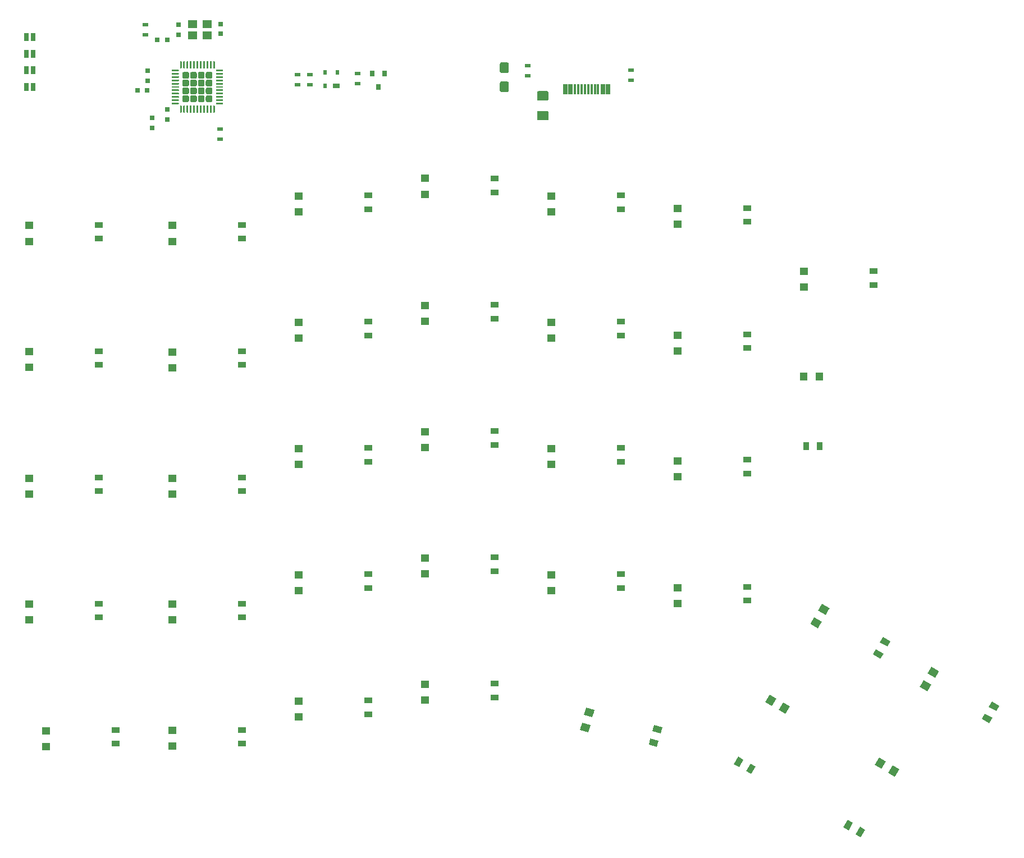
<source format=gbp>
G04 #@! TF.GenerationSoftware,KiCad,Pcbnew,(5.1.5)-3*
G04 #@! TF.CreationDate,2020-05-13T01:23:10+04:00*
G04 #@! TF.ProjectId,redox_rev2_ng,7265646f-785f-4726-9576-325f6e672e6b,2.0 NG*
G04 #@! TF.SameCoordinates,Original*
G04 #@! TF.FileFunction,Paste,Bot*
G04 #@! TF.FilePolarity,Positive*
%FSLAX46Y46*%
G04 Gerber Fmt 4.6, Leading zero omitted, Abs format (unit mm)*
G04 Created by KiCad (PCBNEW (5.1.5)-3) date 2020-05-13 01:23:10*
%MOMM*%
%LPD*%
G04 APERTURE LIST*
%ADD10R,0.700000X1.550000*%
%ADD11R,0.400000X1.550000*%
%ADD12R,0.900000X0.500000*%
%ADD13R,0.800000X0.900000*%
%ADD14R,1.300000X0.900000*%
%ADD15C,0.100000*%
%ADD16R,0.900000X1.300000*%
%ADD17R,0.750000X0.800000*%
%ADD18R,1.300000X1.100000*%
%ADD19R,1.300000X0.700000*%
%ADD20R,1.100000X1.300000*%
%ADD21R,0.700000X1.300000*%
%ADD22R,0.635000X1.143000*%
%ADD23R,1.000000X0.700000*%
%ADD24R,0.600000X0.700000*%
%ADD25R,1.400000X1.200000*%
%ADD26R,0.800000X0.750000*%
G04 APERTURE END LIST*
D10*
X173425000Y-49095000D03*
X166975000Y-49095000D03*
X172650000Y-49095000D03*
X167750000Y-49095000D03*
D11*
X168450000Y-49095000D03*
X171950000Y-49095000D03*
X168950000Y-49095000D03*
X171450000Y-49095000D03*
X169450000Y-49095000D03*
X170950000Y-49095000D03*
X170450000Y-49095000D03*
X169950000Y-49095000D03*
D12*
X135700000Y-48250000D03*
X135700000Y-46750000D03*
D13*
X138800000Y-48750000D03*
X139750000Y-46750000D03*
X137850000Y-46750000D03*
D14*
X96647000Y-71662000D03*
X96647000Y-69562000D03*
X96647000Y-90712000D03*
X96647000Y-88612000D03*
X96647000Y-109762000D03*
X96647000Y-107662000D03*
X96647000Y-128812000D03*
X96647000Y-126712000D03*
X99187000Y-147862000D03*
X99187000Y-145762000D03*
X118237000Y-71662000D03*
X118237000Y-69562000D03*
X118237000Y-90712000D03*
X118237000Y-88612000D03*
X118237000Y-109762000D03*
X118237000Y-107662000D03*
X118237000Y-128812000D03*
X118237000Y-126712000D03*
X118200000Y-147862000D03*
X118200000Y-145762000D03*
X137300000Y-67217000D03*
X137300000Y-65117000D03*
X137300000Y-86267000D03*
X137300000Y-84167000D03*
X137287000Y-105317000D03*
X137287000Y-103217000D03*
X137287000Y-124367000D03*
X137287000Y-122267000D03*
X137287000Y-143417000D03*
X137287000Y-141317000D03*
X156337000Y-64677000D03*
X156337000Y-62577000D03*
X156337000Y-83727000D03*
X156337000Y-81627000D03*
X156300000Y-102777000D03*
X156300000Y-100677000D03*
X156337000Y-121827000D03*
X156337000Y-119727000D03*
X156337000Y-140877000D03*
X156337000Y-138777000D03*
X175387000Y-67217000D03*
X175387000Y-65117000D03*
X175387000Y-86267000D03*
X175387000Y-84167000D03*
X175387000Y-105317000D03*
X175387000Y-103217000D03*
X175400000Y-124367000D03*
X175400000Y-122267000D03*
D15*
G36*
X179810857Y-147096323D02*
G01*
X181066560Y-147432788D01*
X180833623Y-148302121D01*
X179577920Y-147965656D01*
X179810857Y-147096323D01*
G37*
G36*
X180354377Y-145067879D02*
G01*
X181610080Y-145404344D01*
X181377143Y-146273677D01*
X180121440Y-145937212D01*
X180354377Y-145067879D01*
G37*
D14*
X194437000Y-69122000D03*
X194437000Y-67022000D03*
X194437000Y-88172000D03*
X194437000Y-86072000D03*
X194400000Y-107095000D03*
X194400000Y-104995000D03*
X194400000Y-126272000D03*
X194400000Y-124172000D03*
D15*
G36*
X193861384Y-150267083D02*
G01*
X193211384Y-151392917D01*
X192431962Y-150942917D01*
X193081962Y-149817083D01*
X193861384Y-150267083D01*
G37*
G36*
X195680038Y-151317083D02*
G01*
X195030038Y-152442917D01*
X194250616Y-151992917D01*
X194900616Y-150867083D01*
X195680038Y-151317083D01*
G37*
D14*
X213487000Y-78647000D03*
X213487000Y-76547000D03*
D16*
X203293000Y-102997000D03*
X205393000Y-102997000D03*
D15*
G36*
X213837083Y-133594616D02*
G01*
X214962917Y-134244616D01*
X214512917Y-135024038D01*
X213387083Y-134374038D01*
X213837083Y-133594616D01*
G37*
G36*
X214887083Y-131775962D02*
G01*
X216012917Y-132425962D01*
X215562917Y-133205384D01*
X214437083Y-132555384D01*
X214887083Y-131775962D01*
G37*
G36*
X230277083Y-143323616D02*
G01*
X231402917Y-143973616D01*
X230952917Y-144753038D01*
X229827083Y-144103038D01*
X230277083Y-143323616D01*
G37*
G36*
X231327083Y-141504962D02*
G01*
X232452917Y-142154962D01*
X232002917Y-142934384D01*
X230877083Y-142284384D01*
X231327083Y-141504962D01*
G37*
G36*
X210371384Y-159792083D02*
G01*
X209721384Y-160917917D01*
X208941962Y-160467917D01*
X209591962Y-159342083D01*
X210371384Y-159792083D01*
G37*
G36*
X212190038Y-160842083D02*
G01*
X211540038Y-161967917D01*
X210760616Y-161517917D01*
X211410616Y-160392083D01*
X212190038Y-160842083D01*
G37*
D17*
X104700000Y-53450000D03*
X104700000Y-54950000D03*
D18*
X86106000Y-69716000D03*
X86106000Y-72016000D03*
D19*
X86106000Y-69466000D03*
X86106000Y-72266000D03*
D18*
X86100000Y-88750000D03*
X86100000Y-91050000D03*
D19*
X86100000Y-88500000D03*
X86100000Y-91300000D03*
D18*
X86100000Y-107850000D03*
X86100000Y-110150000D03*
D19*
X86100000Y-107600000D03*
X86100000Y-110400000D03*
D18*
X86100000Y-126850000D03*
X86100000Y-129150000D03*
D19*
X86100000Y-126600000D03*
X86100000Y-129400000D03*
D18*
X88700000Y-145950000D03*
X88700000Y-148250000D03*
D19*
X88700000Y-145700000D03*
X88700000Y-148500000D03*
D18*
X107696000Y-69716000D03*
X107696000Y-72016000D03*
D19*
X107696000Y-69466000D03*
X107696000Y-72266000D03*
D18*
X107700000Y-88800000D03*
X107700000Y-91100000D03*
D19*
X107700000Y-88550000D03*
X107700000Y-91350000D03*
D18*
X107700000Y-107850000D03*
X107700000Y-110150000D03*
D19*
X107700000Y-107600000D03*
X107700000Y-110400000D03*
D18*
X107700000Y-126850000D03*
X107700000Y-129150000D03*
D19*
X107700000Y-126600000D03*
X107700000Y-129400000D03*
D18*
X107700000Y-145900000D03*
X107700000Y-148200000D03*
D19*
X107700000Y-145650000D03*
X107700000Y-148450000D03*
D18*
X126746000Y-65250000D03*
X126746000Y-67550000D03*
D19*
X126746000Y-65000000D03*
X126746000Y-67800000D03*
D18*
X126800000Y-84350000D03*
X126800000Y-86650000D03*
D19*
X126800000Y-84100000D03*
X126800000Y-86900000D03*
D18*
X126800000Y-103350000D03*
X126800000Y-105650000D03*
D19*
X126800000Y-103100000D03*
X126800000Y-105900000D03*
D18*
X126800000Y-122450000D03*
X126800000Y-124750000D03*
D19*
X126800000Y-122200000D03*
X126800000Y-125000000D03*
D18*
X126800000Y-141450000D03*
X126800000Y-143750000D03*
D19*
X126800000Y-141200000D03*
X126800000Y-144000000D03*
D18*
X145796000Y-62604000D03*
X145796000Y-64904000D03*
D19*
X145796000Y-62354000D03*
X145796000Y-65154000D03*
D18*
X145800000Y-81750000D03*
X145800000Y-84050000D03*
D19*
X145800000Y-81500000D03*
X145800000Y-84300000D03*
D18*
X145800000Y-100850000D03*
X145800000Y-103150000D03*
D19*
X145800000Y-100600000D03*
X145800000Y-103400000D03*
D18*
X145800000Y-119850000D03*
X145800000Y-122150000D03*
D19*
X145800000Y-119600000D03*
X145800000Y-122400000D03*
D18*
X145800000Y-138900000D03*
X145800000Y-141200000D03*
D19*
X145800000Y-138650000D03*
X145800000Y-141450000D03*
D18*
X164846000Y-65250000D03*
X164846000Y-67550000D03*
D19*
X164846000Y-65000000D03*
X164846000Y-67800000D03*
D18*
X164900000Y-84350000D03*
X164900000Y-86650000D03*
D19*
X164900000Y-84100000D03*
X164900000Y-86900000D03*
D18*
X164900000Y-103350000D03*
X164900000Y-105650000D03*
D19*
X164900000Y-103100000D03*
X164900000Y-105900000D03*
D18*
X164900000Y-122450000D03*
X164900000Y-124750000D03*
D19*
X164900000Y-122200000D03*
X164900000Y-125000000D03*
D15*
G36*
X171080785Y-143877862D02*
G01*
X169825082Y-143541397D01*
X170109783Y-142478878D01*
X171365486Y-142815343D01*
X171080785Y-143877862D01*
G37*
G36*
X170485501Y-146099492D02*
G01*
X169229798Y-145763027D01*
X169514499Y-144700508D01*
X170770202Y-145036973D01*
X170485501Y-146099492D01*
G37*
G36*
X171197254Y-143443195D02*
G01*
X169941551Y-143106731D01*
X170122724Y-142430583D01*
X171378427Y-142767047D01*
X171197254Y-143443195D01*
G37*
G36*
X170472560Y-146147787D02*
G01*
X169216857Y-145811323D01*
X169398030Y-145135175D01*
X170653733Y-145471639D01*
X170472560Y-146147787D01*
G37*
D18*
X183900000Y-67150000D03*
X183900000Y-69450000D03*
D19*
X183900000Y-66900000D03*
X183900000Y-69700000D03*
D18*
X183900000Y-86250000D03*
X183900000Y-88550000D03*
D19*
X183900000Y-86000000D03*
X183900000Y-88800000D03*
D18*
X183900000Y-105250000D03*
X183900000Y-107550000D03*
D19*
X183900000Y-105000000D03*
X183900000Y-107800000D03*
D18*
X183900000Y-124350000D03*
X183900000Y-126650000D03*
D19*
X183900000Y-124100000D03*
X183900000Y-126900000D03*
D15*
G36*
X199194615Y-142762917D02*
G01*
X199844615Y-141637083D01*
X200797243Y-142187083D01*
X200147243Y-143312917D01*
X199194615Y-142762917D01*
G37*
G36*
X197202757Y-141612917D02*
G01*
X197852757Y-140487083D01*
X198805385Y-141037083D01*
X198155385Y-142162917D01*
X197202757Y-141612917D01*
G37*
G36*
X199584327Y-142987917D02*
G01*
X200234327Y-141862083D01*
X200840545Y-142212083D01*
X200190545Y-143337917D01*
X199584327Y-142987917D01*
G37*
G36*
X197159455Y-141587917D02*
G01*
X197809455Y-140462083D01*
X198415673Y-140812083D01*
X197765673Y-141937917D01*
X197159455Y-141587917D01*
G37*
D18*
X202946000Y-76650000D03*
X202946000Y-78950000D03*
D19*
X202946000Y-76400000D03*
X202946000Y-79200000D03*
D20*
X205250000Y-92456000D03*
X202950000Y-92456000D03*
D21*
X205500000Y-92456000D03*
X202700000Y-92456000D03*
D15*
G36*
X206262917Y-128405385D02*
G01*
X205137083Y-127755385D01*
X205687083Y-126802757D01*
X206812917Y-127452757D01*
X206262917Y-128405385D01*
G37*
G36*
X205112917Y-130397243D02*
G01*
X203987083Y-129747243D01*
X204537083Y-128794615D01*
X205662917Y-129444615D01*
X205112917Y-130397243D01*
G37*
G36*
X206487917Y-128015673D02*
G01*
X205362083Y-127365673D01*
X205712083Y-126759455D01*
X206837917Y-127409455D01*
X206487917Y-128015673D01*
G37*
G36*
X205087917Y-130440545D02*
G01*
X203962083Y-129790545D01*
X204312083Y-129184327D01*
X205437917Y-129834327D01*
X205087917Y-130440545D01*
G37*
G36*
X222762917Y-137905385D02*
G01*
X221637083Y-137255385D01*
X222187083Y-136302757D01*
X223312917Y-136952757D01*
X222762917Y-137905385D01*
G37*
G36*
X221612917Y-139897243D02*
G01*
X220487083Y-139247243D01*
X221037083Y-138294615D01*
X222162917Y-138944615D01*
X221612917Y-139897243D01*
G37*
G36*
X222987917Y-137515673D02*
G01*
X221862083Y-136865673D01*
X222212083Y-136259455D01*
X223337917Y-136909455D01*
X222987917Y-137515673D01*
G37*
G36*
X221587917Y-139940545D02*
G01*
X220462083Y-139290545D01*
X220812083Y-138684327D01*
X221937917Y-139334327D01*
X221587917Y-139940545D01*
G37*
G36*
X215690544Y-152237917D02*
G01*
X216340544Y-151112083D01*
X217293172Y-151662083D01*
X216643172Y-152787917D01*
X215690544Y-152237917D01*
G37*
G36*
X213698686Y-151087917D02*
G01*
X214348686Y-149962083D01*
X215301314Y-150512083D01*
X214651314Y-151637917D01*
X213698686Y-151087917D01*
G37*
G36*
X216080256Y-152462917D02*
G01*
X216730256Y-151337083D01*
X217336474Y-151687083D01*
X216686474Y-152812917D01*
X216080256Y-152462917D01*
G37*
G36*
X213655384Y-151062917D02*
G01*
X214305384Y-149937083D01*
X214911602Y-150287083D01*
X214261602Y-151412917D01*
X213655384Y-151062917D01*
G37*
D22*
X85734620Y-46242000D03*
X86735380Y-46242000D03*
X85734620Y-48802000D03*
X86735380Y-48802000D03*
X85734620Y-43759000D03*
X86735380Y-43759000D03*
X85734620Y-41199000D03*
X86735380Y-41199000D03*
D23*
X132450000Y-48600000D03*
D24*
X132650000Y-46600000D03*
X130750000Y-48600000D03*
X130750000Y-46600000D03*
D25*
X113000000Y-39280000D03*
X110800000Y-39280000D03*
X110800000Y-40980000D03*
X113000000Y-40980000D03*
D17*
X115000000Y-39250000D03*
X115000000Y-40750000D03*
X108700000Y-39400000D03*
X108700000Y-40900000D03*
D26*
X105450000Y-41700000D03*
X106950000Y-41700000D03*
X103950000Y-49250000D03*
X102450000Y-49250000D03*
D17*
X107000000Y-52150000D03*
X107000000Y-53650000D03*
D12*
X161350000Y-47050000D03*
X161350000Y-45550000D03*
X176900000Y-46250000D03*
X176900000Y-47750000D03*
X126650000Y-46900000D03*
X126650000Y-48400000D03*
X128450000Y-46900000D03*
X128450000Y-48400000D03*
X103632000Y-40882000D03*
X103632000Y-39382000D03*
X114900000Y-55150000D03*
X114900000Y-56650000D03*
D15*
G36*
X158249505Y-45076204D02*
G01*
X158273773Y-45079804D01*
X158297572Y-45085765D01*
X158320671Y-45094030D01*
X158342850Y-45104520D01*
X158363893Y-45117132D01*
X158383599Y-45131747D01*
X158401777Y-45148223D01*
X158418253Y-45166401D01*
X158432868Y-45186107D01*
X158445480Y-45207150D01*
X158455970Y-45229329D01*
X158464235Y-45252428D01*
X158470196Y-45276227D01*
X158473796Y-45300495D01*
X158475000Y-45324999D01*
X158475000Y-46400001D01*
X158473796Y-46424505D01*
X158470196Y-46448773D01*
X158464235Y-46472572D01*
X158455970Y-46495671D01*
X158445480Y-46517850D01*
X158432868Y-46538893D01*
X158418253Y-46558599D01*
X158401777Y-46576777D01*
X158383599Y-46593253D01*
X158363893Y-46607868D01*
X158342850Y-46620480D01*
X158320671Y-46630970D01*
X158297572Y-46639235D01*
X158273773Y-46645196D01*
X158249505Y-46648796D01*
X158225001Y-46650000D01*
X157374999Y-46650000D01*
X157350495Y-46648796D01*
X157326227Y-46645196D01*
X157302428Y-46639235D01*
X157279329Y-46630970D01*
X157257150Y-46620480D01*
X157236107Y-46607868D01*
X157216401Y-46593253D01*
X157198223Y-46576777D01*
X157181747Y-46558599D01*
X157167132Y-46538893D01*
X157154520Y-46517850D01*
X157144030Y-46495671D01*
X157135765Y-46472572D01*
X157129804Y-46448773D01*
X157126204Y-46424505D01*
X157125000Y-46400001D01*
X157125000Y-45324999D01*
X157126204Y-45300495D01*
X157129804Y-45276227D01*
X157135765Y-45252428D01*
X157144030Y-45229329D01*
X157154520Y-45207150D01*
X157167132Y-45186107D01*
X157181747Y-45166401D01*
X157198223Y-45148223D01*
X157216401Y-45131747D01*
X157236107Y-45117132D01*
X157257150Y-45104520D01*
X157279329Y-45094030D01*
X157302428Y-45085765D01*
X157326227Y-45079804D01*
X157350495Y-45076204D01*
X157374999Y-45075000D01*
X158225001Y-45075000D01*
X158249505Y-45076204D01*
G37*
G36*
X158249505Y-47951204D02*
G01*
X158273773Y-47954804D01*
X158297572Y-47960765D01*
X158320671Y-47969030D01*
X158342850Y-47979520D01*
X158363893Y-47992132D01*
X158383599Y-48006747D01*
X158401777Y-48023223D01*
X158418253Y-48041401D01*
X158432868Y-48061107D01*
X158445480Y-48082150D01*
X158455970Y-48104329D01*
X158464235Y-48127428D01*
X158470196Y-48151227D01*
X158473796Y-48175495D01*
X158475000Y-48199999D01*
X158475000Y-49275001D01*
X158473796Y-49299505D01*
X158470196Y-49323773D01*
X158464235Y-49347572D01*
X158455970Y-49370671D01*
X158445480Y-49392850D01*
X158432868Y-49413893D01*
X158418253Y-49433599D01*
X158401777Y-49451777D01*
X158383599Y-49468253D01*
X158363893Y-49482868D01*
X158342850Y-49495480D01*
X158320671Y-49505970D01*
X158297572Y-49514235D01*
X158273773Y-49520196D01*
X158249505Y-49523796D01*
X158225001Y-49525000D01*
X157374999Y-49525000D01*
X157350495Y-49523796D01*
X157326227Y-49520196D01*
X157302428Y-49514235D01*
X157279329Y-49505970D01*
X157257150Y-49495480D01*
X157236107Y-49482868D01*
X157216401Y-49468253D01*
X157198223Y-49451777D01*
X157181747Y-49433599D01*
X157167132Y-49413893D01*
X157154520Y-49392850D01*
X157144030Y-49370671D01*
X157135765Y-49347572D01*
X157129804Y-49323773D01*
X157126204Y-49299505D01*
X157125000Y-49275001D01*
X157125000Y-48199999D01*
X157126204Y-48175495D01*
X157129804Y-48151227D01*
X157135765Y-48127428D01*
X157144030Y-48104329D01*
X157154520Y-48082150D01*
X157167132Y-48061107D01*
X157181747Y-48041401D01*
X157198223Y-48023223D01*
X157216401Y-48006747D01*
X157236107Y-47992132D01*
X157257150Y-47979520D01*
X157279329Y-47969030D01*
X157302428Y-47960765D01*
X157326227Y-47954804D01*
X157350495Y-47951204D01*
X157374999Y-47950000D01*
X158225001Y-47950000D01*
X158249505Y-47951204D01*
G37*
G36*
X164249504Y-49401204D02*
G01*
X164273773Y-49404804D01*
X164297571Y-49410765D01*
X164320671Y-49419030D01*
X164342849Y-49429520D01*
X164363893Y-49442133D01*
X164383598Y-49456747D01*
X164401777Y-49473223D01*
X164418253Y-49491402D01*
X164432867Y-49511107D01*
X164445480Y-49532151D01*
X164455970Y-49554329D01*
X164464235Y-49577429D01*
X164470196Y-49601227D01*
X164473796Y-49625496D01*
X164475000Y-49650000D01*
X164475000Y-50575000D01*
X164473796Y-50599504D01*
X164470196Y-50623773D01*
X164464235Y-50647571D01*
X164455970Y-50670671D01*
X164445480Y-50692849D01*
X164432867Y-50713893D01*
X164418253Y-50733598D01*
X164401777Y-50751777D01*
X164383598Y-50768253D01*
X164363893Y-50782867D01*
X164342849Y-50795480D01*
X164320671Y-50805970D01*
X164297571Y-50814235D01*
X164273773Y-50820196D01*
X164249504Y-50823796D01*
X164225000Y-50825000D01*
X162975000Y-50825000D01*
X162950496Y-50823796D01*
X162926227Y-50820196D01*
X162902429Y-50814235D01*
X162879329Y-50805970D01*
X162857151Y-50795480D01*
X162836107Y-50782867D01*
X162816402Y-50768253D01*
X162798223Y-50751777D01*
X162781747Y-50733598D01*
X162767133Y-50713893D01*
X162754520Y-50692849D01*
X162744030Y-50670671D01*
X162735765Y-50647571D01*
X162729804Y-50623773D01*
X162726204Y-50599504D01*
X162725000Y-50575000D01*
X162725000Y-49650000D01*
X162726204Y-49625496D01*
X162729804Y-49601227D01*
X162735765Y-49577429D01*
X162744030Y-49554329D01*
X162754520Y-49532151D01*
X162767133Y-49511107D01*
X162781747Y-49491402D01*
X162798223Y-49473223D01*
X162816402Y-49456747D01*
X162836107Y-49442133D01*
X162857151Y-49429520D01*
X162879329Y-49419030D01*
X162902429Y-49410765D01*
X162926227Y-49404804D01*
X162950496Y-49401204D01*
X162975000Y-49400000D01*
X164225000Y-49400000D01*
X164249504Y-49401204D01*
G37*
G36*
X164249504Y-52376204D02*
G01*
X164273773Y-52379804D01*
X164297571Y-52385765D01*
X164320671Y-52394030D01*
X164342849Y-52404520D01*
X164363893Y-52417133D01*
X164383598Y-52431747D01*
X164401777Y-52448223D01*
X164418253Y-52466402D01*
X164432867Y-52486107D01*
X164445480Y-52507151D01*
X164455970Y-52529329D01*
X164464235Y-52552429D01*
X164470196Y-52576227D01*
X164473796Y-52600496D01*
X164475000Y-52625000D01*
X164475000Y-53550000D01*
X164473796Y-53574504D01*
X164470196Y-53598773D01*
X164464235Y-53622571D01*
X164455970Y-53645671D01*
X164445480Y-53667849D01*
X164432867Y-53688893D01*
X164418253Y-53708598D01*
X164401777Y-53726777D01*
X164383598Y-53743253D01*
X164363893Y-53757867D01*
X164342849Y-53770480D01*
X164320671Y-53780970D01*
X164297571Y-53789235D01*
X164273773Y-53795196D01*
X164249504Y-53798796D01*
X164225000Y-53800000D01*
X162975000Y-53800000D01*
X162950496Y-53798796D01*
X162926227Y-53795196D01*
X162902429Y-53789235D01*
X162879329Y-53780970D01*
X162857151Y-53770480D01*
X162836107Y-53757867D01*
X162816402Y-53743253D01*
X162798223Y-53726777D01*
X162781747Y-53708598D01*
X162767133Y-53688893D01*
X162754520Y-53667849D01*
X162744030Y-53645671D01*
X162735765Y-53622571D01*
X162729804Y-53598773D01*
X162726204Y-53574504D01*
X162725000Y-53550000D01*
X162725000Y-52625000D01*
X162726204Y-52600496D01*
X162729804Y-52576227D01*
X162735765Y-52552429D01*
X162744030Y-52529329D01*
X162754520Y-52507151D01*
X162767133Y-52486107D01*
X162781747Y-52466402D01*
X162798223Y-52448223D01*
X162816402Y-52431747D01*
X162836107Y-52417133D01*
X162857151Y-52404520D01*
X162879329Y-52394030D01*
X162902429Y-52385765D01*
X162926227Y-52379804D01*
X162950496Y-52376204D01*
X162975000Y-52375000D01*
X164225000Y-52375000D01*
X164249504Y-52376204D01*
G37*
G36*
X110021493Y-50028216D02*
G01*
X110045761Y-50031816D01*
X110069560Y-50037777D01*
X110092659Y-50046042D01*
X110114838Y-50056532D01*
X110135881Y-50069144D01*
X110155587Y-50083759D01*
X110173765Y-50100235D01*
X110190241Y-50118413D01*
X110204856Y-50138119D01*
X110217468Y-50159162D01*
X110227958Y-50181341D01*
X110236223Y-50204440D01*
X110242184Y-50228239D01*
X110245784Y-50252507D01*
X110246988Y-50277011D01*
X110246988Y-50783989D01*
X110245784Y-50808493D01*
X110242184Y-50832761D01*
X110236223Y-50856560D01*
X110227958Y-50879659D01*
X110217468Y-50901838D01*
X110204856Y-50922881D01*
X110190241Y-50942587D01*
X110173765Y-50960765D01*
X110155587Y-50977241D01*
X110135881Y-50991856D01*
X110114838Y-51004468D01*
X110092659Y-51014958D01*
X110069560Y-51023223D01*
X110045761Y-51029184D01*
X110021493Y-51032784D01*
X109996989Y-51033988D01*
X109490011Y-51033988D01*
X109465507Y-51032784D01*
X109441239Y-51029184D01*
X109417440Y-51023223D01*
X109394341Y-51014958D01*
X109372162Y-51004468D01*
X109351119Y-50991856D01*
X109331413Y-50977241D01*
X109313235Y-50960765D01*
X109296759Y-50942587D01*
X109282144Y-50922881D01*
X109269532Y-50901838D01*
X109259042Y-50879659D01*
X109250777Y-50856560D01*
X109244816Y-50832761D01*
X109241216Y-50808493D01*
X109240012Y-50783989D01*
X109240012Y-50277011D01*
X109241216Y-50252507D01*
X109244816Y-50228239D01*
X109250777Y-50204440D01*
X109259042Y-50181341D01*
X109269532Y-50159162D01*
X109282144Y-50138119D01*
X109296759Y-50118413D01*
X109313235Y-50100235D01*
X109331413Y-50083759D01*
X109351119Y-50069144D01*
X109372162Y-50056532D01*
X109394341Y-50046042D01*
X109417440Y-50037777D01*
X109441239Y-50031816D01*
X109465507Y-50028216D01*
X109490011Y-50027012D01*
X109996989Y-50027012D01*
X110021493Y-50028216D01*
G37*
G36*
X110021493Y-48853216D02*
G01*
X110045761Y-48856816D01*
X110069560Y-48862777D01*
X110092659Y-48871042D01*
X110114838Y-48881532D01*
X110135881Y-48894144D01*
X110155587Y-48908759D01*
X110173765Y-48925235D01*
X110190241Y-48943413D01*
X110204856Y-48963119D01*
X110217468Y-48984162D01*
X110227958Y-49006341D01*
X110236223Y-49029440D01*
X110242184Y-49053239D01*
X110245784Y-49077507D01*
X110246988Y-49102011D01*
X110246988Y-49608989D01*
X110245784Y-49633493D01*
X110242184Y-49657761D01*
X110236223Y-49681560D01*
X110227958Y-49704659D01*
X110217468Y-49726838D01*
X110204856Y-49747881D01*
X110190241Y-49767587D01*
X110173765Y-49785765D01*
X110155587Y-49802241D01*
X110135881Y-49816856D01*
X110114838Y-49829468D01*
X110092659Y-49839958D01*
X110069560Y-49848223D01*
X110045761Y-49854184D01*
X110021493Y-49857784D01*
X109996989Y-49858988D01*
X109490011Y-49858988D01*
X109465507Y-49857784D01*
X109441239Y-49854184D01*
X109417440Y-49848223D01*
X109394341Y-49839958D01*
X109372162Y-49829468D01*
X109351119Y-49816856D01*
X109331413Y-49802241D01*
X109313235Y-49785765D01*
X109296759Y-49767587D01*
X109282144Y-49747881D01*
X109269532Y-49726838D01*
X109259042Y-49704659D01*
X109250777Y-49681560D01*
X109244816Y-49657761D01*
X109241216Y-49633493D01*
X109240012Y-49608989D01*
X109240012Y-49102011D01*
X109241216Y-49077507D01*
X109244816Y-49053239D01*
X109250777Y-49029440D01*
X109259042Y-49006341D01*
X109269532Y-48984162D01*
X109282144Y-48963119D01*
X109296759Y-48943413D01*
X109313235Y-48925235D01*
X109331413Y-48908759D01*
X109351119Y-48894144D01*
X109372162Y-48881532D01*
X109394341Y-48871042D01*
X109417440Y-48862777D01*
X109441239Y-48856816D01*
X109465507Y-48853216D01*
X109490011Y-48852012D01*
X109996989Y-48852012D01*
X110021493Y-48853216D01*
G37*
G36*
X110021493Y-47678216D02*
G01*
X110045761Y-47681816D01*
X110069560Y-47687777D01*
X110092659Y-47696042D01*
X110114838Y-47706532D01*
X110135881Y-47719144D01*
X110155587Y-47733759D01*
X110173765Y-47750235D01*
X110190241Y-47768413D01*
X110204856Y-47788119D01*
X110217468Y-47809162D01*
X110227958Y-47831341D01*
X110236223Y-47854440D01*
X110242184Y-47878239D01*
X110245784Y-47902507D01*
X110246988Y-47927011D01*
X110246988Y-48433989D01*
X110245784Y-48458493D01*
X110242184Y-48482761D01*
X110236223Y-48506560D01*
X110227958Y-48529659D01*
X110217468Y-48551838D01*
X110204856Y-48572881D01*
X110190241Y-48592587D01*
X110173765Y-48610765D01*
X110155587Y-48627241D01*
X110135881Y-48641856D01*
X110114838Y-48654468D01*
X110092659Y-48664958D01*
X110069560Y-48673223D01*
X110045761Y-48679184D01*
X110021493Y-48682784D01*
X109996989Y-48683988D01*
X109490011Y-48683988D01*
X109465507Y-48682784D01*
X109441239Y-48679184D01*
X109417440Y-48673223D01*
X109394341Y-48664958D01*
X109372162Y-48654468D01*
X109351119Y-48641856D01*
X109331413Y-48627241D01*
X109313235Y-48610765D01*
X109296759Y-48592587D01*
X109282144Y-48572881D01*
X109269532Y-48551838D01*
X109259042Y-48529659D01*
X109250777Y-48506560D01*
X109244816Y-48482761D01*
X109241216Y-48458493D01*
X109240012Y-48433989D01*
X109240012Y-47927011D01*
X109241216Y-47902507D01*
X109244816Y-47878239D01*
X109250777Y-47854440D01*
X109259042Y-47831341D01*
X109269532Y-47809162D01*
X109282144Y-47788119D01*
X109296759Y-47768413D01*
X109313235Y-47750235D01*
X109331413Y-47733759D01*
X109351119Y-47719144D01*
X109372162Y-47706532D01*
X109394341Y-47696042D01*
X109417440Y-47687777D01*
X109441239Y-47681816D01*
X109465507Y-47678216D01*
X109490011Y-47677012D01*
X109996989Y-47677012D01*
X110021493Y-47678216D01*
G37*
G36*
X110021493Y-46503216D02*
G01*
X110045761Y-46506816D01*
X110069560Y-46512777D01*
X110092659Y-46521042D01*
X110114838Y-46531532D01*
X110135881Y-46544144D01*
X110155587Y-46558759D01*
X110173765Y-46575235D01*
X110190241Y-46593413D01*
X110204856Y-46613119D01*
X110217468Y-46634162D01*
X110227958Y-46656341D01*
X110236223Y-46679440D01*
X110242184Y-46703239D01*
X110245784Y-46727507D01*
X110246988Y-46752011D01*
X110246988Y-47258989D01*
X110245784Y-47283493D01*
X110242184Y-47307761D01*
X110236223Y-47331560D01*
X110227958Y-47354659D01*
X110217468Y-47376838D01*
X110204856Y-47397881D01*
X110190241Y-47417587D01*
X110173765Y-47435765D01*
X110155587Y-47452241D01*
X110135881Y-47466856D01*
X110114838Y-47479468D01*
X110092659Y-47489958D01*
X110069560Y-47498223D01*
X110045761Y-47504184D01*
X110021493Y-47507784D01*
X109996989Y-47508988D01*
X109490011Y-47508988D01*
X109465507Y-47507784D01*
X109441239Y-47504184D01*
X109417440Y-47498223D01*
X109394341Y-47489958D01*
X109372162Y-47479468D01*
X109351119Y-47466856D01*
X109331413Y-47452241D01*
X109313235Y-47435765D01*
X109296759Y-47417587D01*
X109282144Y-47397881D01*
X109269532Y-47376838D01*
X109259042Y-47354659D01*
X109250777Y-47331560D01*
X109244816Y-47307761D01*
X109241216Y-47283493D01*
X109240012Y-47258989D01*
X109240012Y-46752011D01*
X109241216Y-46727507D01*
X109244816Y-46703239D01*
X109250777Y-46679440D01*
X109259042Y-46656341D01*
X109269532Y-46634162D01*
X109282144Y-46613119D01*
X109296759Y-46593413D01*
X109313235Y-46575235D01*
X109331413Y-46558759D01*
X109351119Y-46544144D01*
X109372162Y-46531532D01*
X109394341Y-46521042D01*
X109417440Y-46512777D01*
X109441239Y-46506816D01*
X109465507Y-46503216D01*
X109490011Y-46502012D01*
X109996989Y-46502012D01*
X110021493Y-46503216D01*
G37*
G36*
X111196493Y-50028216D02*
G01*
X111220761Y-50031816D01*
X111244560Y-50037777D01*
X111267659Y-50046042D01*
X111289838Y-50056532D01*
X111310881Y-50069144D01*
X111330587Y-50083759D01*
X111348765Y-50100235D01*
X111365241Y-50118413D01*
X111379856Y-50138119D01*
X111392468Y-50159162D01*
X111402958Y-50181341D01*
X111411223Y-50204440D01*
X111417184Y-50228239D01*
X111420784Y-50252507D01*
X111421988Y-50277011D01*
X111421988Y-50783989D01*
X111420784Y-50808493D01*
X111417184Y-50832761D01*
X111411223Y-50856560D01*
X111402958Y-50879659D01*
X111392468Y-50901838D01*
X111379856Y-50922881D01*
X111365241Y-50942587D01*
X111348765Y-50960765D01*
X111330587Y-50977241D01*
X111310881Y-50991856D01*
X111289838Y-51004468D01*
X111267659Y-51014958D01*
X111244560Y-51023223D01*
X111220761Y-51029184D01*
X111196493Y-51032784D01*
X111171989Y-51033988D01*
X110665011Y-51033988D01*
X110640507Y-51032784D01*
X110616239Y-51029184D01*
X110592440Y-51023223D01*
X110569341Y-51014958D01*
X110547162Y-51004468D01*
X110526119Y-50991856D01*
X110506413Y-50977241D01*
X110488235Y-50960765D01*
X110471759Y-50942587D01*
X110457144Y-50922881D01*
X110444532Y-50901838D01*
X110434042Y-50879659D01*
X110425777Y-50856560D01*
X110419816Y-50832761D01*
X110416216Y-50808493D01*
X110415012Y-50783989D01*
X110415012Y-50277011D01*
X110416216Y-50252507D01*
X110419816Y-50228239D01*
X110425777Y-50204440D01*
X110434042Y-50181341D01*
X110444532Y-50159162D01*
X110457144Y-50138119D01*
X110471759Y-50118413D01*
X110488235Y-50100235D01*
X110506413Y-50083759D01*
X110526119Y-50069144D01*
X110547162Y-50056532D01*
X110569341Y-50046042D01*
X110592440Y-50037777D01*
X110616239Y-50031816D01*
X110640507Y-50028216D01*
X110665011Y-50027012D01*
X111171989Y-50027012D01*
X111196493Y-50028216D01*
G37*
G36*
X111196493Y-48853216D02*
G01*
X111220761Y-48856816D01*
X111244560Y-48862777D01*
X111267659Y-48871042D01*
X111289838Y-48881532D01*
X111310881Y-48894144D01*
X111330587Y-48908759D01*
X111348765Y-48925235D01*
X111365241Y-48943413D01*
X111379856Y-48963119D01*
X111392468Y-48984162D01*
X111402958Y-49006341D01*
X111411223Y-49029440D01*
X111417184Y-49053239D01*
X111420784Y-49077507D01*
X111421988Y-49102011D01*
X111421988Y-49608989D01*
X111420784Y-49633493D01*
X111417184Y-49657761D01*
X111411223Y-49681560D01*
X111402958Y-49704659D01*
X111392468Y-49726838D01*
X111379856Y-49747881D01*
X111365241Y-49767587D01*
X111348765Y-49785765D01*
X111330587Y-49802241D01*
X111310881Y-49816856D01*
X111289838Y-49829468D01*
X111267659Y-49839958D01*
X111244560Y-49848223D01*
X111220761Y-49854184D01*
X111196493Y-49857784D01*
X111171989Y-49858988D01*
X110665011Y-49858988D01*
X110640507Y-49857784D01*
X110616239Y-49854184D01*
X110592440Y-49848223D01*
X110569341Y-49839958D01*
X110547162Y-49829468D01*
X110526119Y-49816856D01*
X110506413Y-49802241D01*
X110488235Y-49785765D01*
X110471759Y-49767587D01*
X110457144Y-49747881D01*
X110444532Y-49726838D01*
X110434042Y-49704659D01*
X110425777Y-49681560D01*
X110419816Y-49657761D01*
X110416216Y-49633493D01*
X110415012Y-49608989D01*
X110415012Y-49102011D01*
X110416216Y-49077507D01*
X110419816Y-49053239D01*
X110425777Y-49029440D01*
X110434042Y-49006341D01*
X110444532Y-48984162D01*
X110457144Y-48963119D01*
X110471759Y-48943413D01*
X110488235Y-48925235D01*
X110506413Y-48908759D01*
X110526119Y-48894144D01*
X110547162Y-48881532D01*
X110569341Y-48871042D01*
X110592440Y-48862777D01*
X110616239Y-48856816D01*
X110640507Y-48853216D01*
X110665011Y-48852012D01*
X111171989Y-48852012D01*
X111196493Y-48853216D01*
G37*
G36*
X111196493Y-47678216D02*
G01*
X111220761Y-47681816D01*
X111244560Y-47687777D01*
X111267659Y-47696042D01*
X111289838Y-47706532D01*
X111310881Y-47719144D01*
X111330587Y-47733759D01*
X111348765Y-47750235D01*
X111365241Y-47768413D01*
X111379856Y-47788119D01*
X111392468Y-47809162D01*
X111402958Y-47831341D01*
X111411223Y-47854440D01*
X111417184Y-47878239D01*
X111420784Y-47902507D01*
X111421988Y-47927011D01*
X111421988Y-48433989D01*
X111420784Y-48458493D01*
X111417184Y-48482761D01*
X111411223Y-48506560D01*
X111402958Y-48529659D01*
X111392468Y-48551838D01*
X111379856Y-48572881D01*
X111365241Y-48592587D01*
X111348765Y-48610765D01*
X111330587Y-48627241D01*
X111310881Y-48641856D01*
X111289838Y-48654468D01*
X111267659Y-48664958D01*
X111244560Y-48673223D01*
X111220761Y-48679184D01*
X111196493Y-48682784D01*
X111171989Y-48683988D01*
X110665011Y-48683988D01*
X110640507Y-48682784D01*
X110616239Y-48679184D01*
X110592440Y-48673223D01*
X110569341Y-48664958D01*
X110547162Y-48654468D01*
X110526119Y-48641856D01*
X110506413Y-48627241D01*
X110488235Y-48610765D01*
X110471759Y-48592587D01*
X110457144Y-48572881D01*
X110444532Y-48551838D01*
X110434042Y-48529659D01*
X110425777Y-48506560D01*
X110419816Y-48482761D01*
X110416216Y-48458493D01*
X110415012Y-48433989D01*
X110415012Y-47927011D01*
X110416216Y-47902507D01*
X110419816Y-47878239D01*
X110425777Y-47854440D01*
X110434042Y-47831341D01*
X110444532Y-47809162D01*
X110457144Y-47788119D01*
X110471759Y-47768413D01*
X110488235Y-47750235D01*
X110506413Y-47733759D01*
X110526119Y-47719144D01*
X110547162Y-47706532D01*
X110569341Y-47696042D01*
X110592440Y-47687777D01*
X110616239Y-47681816D01*
X110640507Y-47678216D01*
X110665011Y-47677012D01*
X111171989Y-47677012D01*
X111196493Y-47678216D01*
G37*
G36*
X111196493Y-46503216D02*
G01*
X111220761Y-46506816D01*
X111244560Y-46512777D01*
X111267659Y-46521042D01*
X111289838Y-46531532D01*
X111310881Y-46544144D01*
X111330587Y-46558759D01*
X111348765Y-46575235D01*
X111365241Y-46593413D01*
X111379856Y-46613119D01*
X111392468Y-46634162D01*
X111402958Y-46656341D01*
X111411223Y-46679440D01*
X111417184Y-46703239D01*
X111420784Y-46727507D01*
X111421988Y-46752011D01*
X111421988Y-47258989D01*
X111420784Y-47283493D01*
X111417184Y-47307761D01*
X111411223Y-47331560D01*
X111402958Y-47354659D01*
X111392468Y-47376838D01*
X111379856Y-47397881D01*
X111365241Y-47417587D01*
X111348765Y-47435765D01*
X111330587Y-47452241D01*
X111310881Y-47466856D01*
X111289838Y-47479468D01*
X111267659Y-47489958D01*
X111244560Y-47498223D01*
X111220761Y-47504184D01*
X111196493Y-47507784D01*
X111171989Y-47508988D01*
X110665011Y-47508988D01*
X110640507Y-47507784D01*
X110616239Y-47504184D01*
X110592440Y-47498223D01*
X110569341Y-47489958D01*
X110547162Y-47479468D01*
X110526119Y-47466856D01*
X110506413Y-47452241D01*
X110488235Y-47435765D01*
X110471759Y-47417587D01*
X110457144Y-47397881D01*
X110444532Y-47376838D01*
X110434042Y-47354659D01*
X110425777Y-47331560D01*
X110419816Y-47307761D01*
X110416216Y-47283493D01*
X110415012Y-47258989D01*
X110415012Y-46752011D01*
X110416216Y-46727507D01*
X110419816Y-46703239D01*
X110425777Y-46679440D01*
X110434042Y-46656341D01*
X110444532Y-46634162D01*
X110457144Y-46613119D01*
X110471759Y-46593413D01*
X110488235Y-46575235D01*
X110506413Y-46558759D01*
X110526119Y-46544144D01*
X110547162Y-46531532D01*
X110569341Y-46521042D01*
X110592440Y-46512777D01*
X110616239Y-46506816D01*
X110640507Y-46503216D01*
X110665011Y-46502012D01*
X111171989Y-46502012D01*
X111196493Y-46503216D01*
G37*
G36*
X112371493Y-50028216D02*
G01*
X112395761Y-50031816D01*
X112419560Y-50037777D01*
X112442659Y-50046042D01*
X112464838Y-50056532D01*
X112485881Y-50069144D01*
X112505587Y-50083759D01*
X112523765Y-50100235D01*
X112540241Y-50118413D01*
X112554856Y-50138119D01*
X112567468Y-50159162D01*
X112577958Y-50181341D01*
X112586223Y-50204440D01*
X112592184Y-50228239D01*
X112595784Y-50252507D01*
X112596988Y-50277011D01*
X112596988Y-50783989D01*
X112595784Y-50808493D01*
X112592184Y-50832761D01*
X112586223Y-50856560D01*
X112577958Y-50879659D01*
X112567468Y-50901838D01*
X112554856Y-50922881D01*
X112540241Y-50942587D01*
X112523765Y-50960765D01*
X112505587Y-50977241D01*
X112485881Y-50991856D01*
X112464838Y-51004468D01*
X112442659Y-51014958D01*
X112419560Y-51023223D01*
X112395761Y-51029184D01*
X112371493Y-51032784D01*
X112346989Y-51033988D01*
X111840011Y-51033988D01*
X111815507Y-51032784D01*
X111791239Y-51029184D01*
X111767440Y-51023223D01*
X111744341Y-51014958D01*
X111722162Y-51004468D01*
X111701119Y-50991856D01*
X111681413Y-50977241D01*
X111663235Y-50960765D01*
X111646759Y-50942587D01*
X111632144Y-50922881D01*
X111619532Y-50901838D01*
X111609042Y-50879659D01*
X111600777Y-50856560D01*
X111594816Y-50832761D01*
X111591216Y-50808493D01*
X111590012Y-50783989D01*
X111590012Y-50277011D01*
X111591216Y-50252507D01*
X111594816Y-50228239D01*
X111600777Y-50204440D01*
X111609042Y-50181341D01*
X111619532Y-50159162D01*
X111632144Y-50138119D01*
X111646759Y-50118413D01*
X111663235Y-50100235D01*
X111681413Y-50083759D01*
X111701119Y-50069144D01*
X111722162Y-50056532D01*
X111744341Y-50046042D01*
X111767440Y-50037777D01*
X111791239Y-50031816D01*
X111815507Y-50028216D01*
X111840011Y-50027012D01*
X112346989Y-50027012D01*
X112371493Y-50028216D01*
G37*
G36*
X112371493Y-48853216D02*
G01*
X112395761Y-48856816D01*
X112419560Y-48862777D01*
X112442659Y-48871042D01*
X112464838Y-48881532D01*
X112485881Y-48894144D01*
X112505587Y-48908759D01*
X112523765Y-48925235D01*
X112540241Y-48943413D01*
X112554856Y-48963119D01*
X112567468Y-48984162D01*
X112577958Y-49006341D01*
X112586223Y-49029440D01*
X112592184Y-49053239D01*
X112595784Y-49077507D01*
X112596988Y-49102011D01*
X112596988Y-49608989D01*
X112595784Y-49633493D01*
X112592184Y-49657761D01*
X112586223Y-49681560D01*
X112577958Y-49704659D01*
X112567468Y-49726838D01*
X112554856Y-49747881D01*
X112540241Y-49767587D01*
X112523765Y-49785765D01*
X112505587Y-49802241D01*
X112485881Y-49816856D01*
X112464838Y-49829468D01*
X112442659Y-49839958D01*
X112419560Y-49848223D01*
X112395761Y-49854184D01*
X112371493Y-49857784D01*
X112346989Y-49858988D01*
X111840011Y-49858988D01*
X111815507Y-49857784D01*
X111791239Y-49854184D01*
X111767440Y-49848223D01*
X111744341Y-49839958D01*
X111722162Y-49829468D01*
X111701119Y-49816856D01*
X111681413Y-49802241D01*
X111663235Y-49785765D01*
X111646759Y-49767587D01*
X111632144Y-49747881D01*
X111619532Y-49726838D01*
X111609042Y-49704659D01*
X111600777Y-49681560D01*
X111594816Y-49657761D01*
X111591216Y-49633493D01*
X111590012Y-49608989D01*
X111590012Y-49102011D01*
X111591216Y-49077507D01*
X111594816Y-49053239D01*
X111600777Y-49029440D01*
X111609042Y-49006341D01*
X111619532Y-48984162D01*
X111632144Y-48963119D01*
X111646759Y-48943413D01*
X111663235Y-48925235D01*
X111681413Y-48908759D01*
X111701119Y-48894144D01*
X111722162Y-48881532D01*
X111744341Y-48871042D01*
X111767440Y-48862777D01*
X111791239Y-48856816D01*
X111815507Y-48853216D01*
X111840011Y-48852012D01*
X112346989Y-48852012D01*
X112371493Y-48853216D01*
G37*
G36*
X112371493Y-47678216D02*
G01*
X112395761Y-47681816D01*
X112419560Y-47687777D01*
X112442659Y-47696042D01*
X112464838Y-47706532D01*
X112485881Y-47719144D01*
X112505587Y-47733759D01*
X112523765Y-47750235D01*
X112540241Y-47768413D01*
X112554856Y-47788119D01*
X112567468Y-47809162D01*
X112577958Y-47831341D01*
X112586223Y-47854440D01*
X112592184Y-47878239D01*
X112595784Y-47902507D01*
X112596988Y-47927011D01*
X112596988Y-48433989D01*
X112595784Y-48458493D01*
X112592184Y-48482761D01*
X112586223Y-48506560D01*
X112577958Y-48529659D01*
X112567468Y-48551838D01*
X112554856Y-48572881D01*
X112540241Y-48592587D01*
X112523765Y-48610765D01*
X112505587Y-48627241D01*
X112485881Y-48641856D01*
X112464838Y-48654468D01*
X112442659Y-48664958D01*
X112419560Y-48673223D01*
X112395761Y-48679184D01*
X112371493Y-48682784D01*
X112346989Y-48683988D01*
X111840011Y-48683988D01*
X111815507Y-48682784D01*
X111791239Y-48679184D01*
X111767440Y-48673223D01*
X111744341Y-48664958D01*
X111722162Y-48654468D01*
X111701119Y-48641856D01*
X111681413Y-48627241D01*
X111663235Y-48610765D01*
X111646759Y-48592587D01*
X111632144Y-48572881D01*
X111619532Y-48551838D01*
X111609042Y-48529659D01*
X111600777Y-48506560D01*
X111594816Y-48482761D01*
X111591216Y-48458493D01*
X111590012Y-48433989D01*
X111590012Y-47927011D01*
X111591216Y-47902507D01*
X111594816Y-47878239D01*
X111600777Y-47854440D01*
X111609042Y-47831341D01*
X111619532Y-47809162D01*
X111632144Y-47788119D01*
X111646759Y-47768413D01*
X111663235Y-47750235D01*
X111681413Y-47733759D01*
X111701119Y-47719144D01*
X111722162Y-47706532D01*
X111744341Y-47696042D01*
X111767440Y-47687777D01*
X111791239Y-47681816D01*
X111815507Y-47678216D01*
X111840011Y-47677012D01*
X112346989Y-47677012D01*
X112371493Y-47678216D01*
G37*
G36*
X112371493Y-46503216D02*
G01*
X112395761Y-46506816D01*
X112419560Y-46512777D01*
X112442659Y-46521042D01*
X112464838Y-46531532D01*
X112485881Y-46544144D01*
X112505587Y-46558759D01*
X112523765Y-46575235D01*
X112540241Y-46593413D01*
X112554856Y-46613119D01*
X112567468Y-46634162D01*
X112577958Y-46656341D01*
X112586223Y-46679440D01*
X112592184Y-46703239D01*
X112595784Y-46727507D01*
X112596988Y-46752011D01*
X112596988Y-47258989D01*
X112595784Y-47283493D01*
X112592184Y-47307761D01*
X112586223Y-47331560D01*
X112577958Y-47354659D01*
X112567468Y-47376838D01*
X112554856Y-47397881D01*
X112540241Y-47417587D01*
X112523765Y-47435765D01*
X112505587Y-47452241D01*
X112485881Y-47466856D01*
X112464838Y-47479468D01*
X112442659Y-47489958D01*
X112419560Y-47498223D01*
X112395761Y-47504184D01*
X112371493Y-47507784D01*
X112346989Y-47508988D01*
X111840011Y-47508988D01*
X111815507Y-47507784D01*
X111791239Y-47504184D01*
X111767440Y-47498223D01*
X111744341Y-47489958D01*
X111722162Y-47479468D01*
X111701119Y-47466856D01*
X111681413Y-47452241D01*
X111663235Y-47435765D01*
X111646759Y-47417587D01*
X111632144Y-47397881D01*
X111619532Y-47376838D01*
X111609042Y-47354659D01*
X111600777Y-47331560D01*
X111594816Y-47307761D01*
X111591216Y-47283493D01*
X111590012Y-47258989D01*
X111590012Y-46752011D01*
X111591216Y-46727507D01*
X111594816Y-46703239D01*
X111600777Y-46679440D01*
X111609042Y-46656341D01*
X111619532Y-46634162D01*
X111632144Y-46613119D01*
X111646759Y-46593413D01*
X111663235Y-46575235D01*
X111681413Y-46558759D01*
X111701119Y-46544144D01*
X111722162Y-46531532D01*
X111744341Y-46521042D01*
X111767440Y-46512777D01*
X111791239Y-46506816D01*
X111815507Y-46503216D01*
X111840011Y-46502012D01*
X112346989Y-46502012D01*
X112371493Y-46503216D01*
G37*
G36*
X113546493Y-50028216D02*
G01*
X113570761Y-50031816D01*
X113594560Y-50037777D01*
X113617659Y-50046042D01*
X113639838Y-50056532D01*
X113660881Y-50069144D01*
X113680587Y-50083759D01*
X113698765Y-50100235D01*
X113715241Y-50118413D01*
X113729856Y-50138119D01*
X113742468Y-50159162D01*
X113752958Y-50181341D01*
X113761223Y-50204440D01*
X113767184Y-50228239D01*
X113770784Y-50252507D01*
X113771988Y-50277011D01*
X113771988Y-50783989D01*
X113770784Y-50808493D01*
X113767184Y-50832761D01*
X113761223Y-50856560D01*
X113752958Y-50879659D01*
X113742468Y-50901838D01*
X113729856Y-50922881D01*
X113715241Y-50942587D01*
X113698765Y-50960765D01*
X113680587Y-50977241D01*
X113660881Y-50991856D01*
X113639838Y-51004468D01*
X113617659Y-51014958D01*
X113594560Y-51023223D01*
X113570761Y-51029184D01*
X113546493Y-51032784D01*
X113521989Y-51033988D01*
X113015011Y-51033988D01*
X112990507Y-51032784D01*
X112966239Y-51029184D01*
X112942440Y-51023223D01*
X112919341Y-51014958D01*
X112897162Y-51004468D01*
X112876119Y-50991856D01*
X112856413Y-50977241D01*
X112838235Y-50960765D01*
X112821759Y-50942587D01*
X112807144Y-50922881D01*
X112794532Y-50901838D01*
X112784042Y-50879659D01*
X112775777Y-50856560D01*
X112769816Y-50832761D01*
X112766216Y-50808493D01*
X112765012Y-50783989D01*
X112765012Y-50277011D01*
X112766216Y-50252507D01*
X112769816Y-50228239D01*
X112775777Y-50204440D01*
X112784042Y-50181341D01*
X112794532Y-50159162D01*
X112807144Y-50138119D01*
X112821759Y-50118413D01*
X112838235Y-50100235D01*
X112856413Y-50083759D01*
X112876119Y-50069144D01*
X112897162Y-50056532D01*
X112919341Y-50046042D01*
X112942440Y-50037777D01*
X112966239Y-50031816D01*
X112990507Y-50028216D01*
X113015011Y-50027012D01*
X113521989Y-50027012D01*
X113546493Y-50028216D01*
G37*
G36*
X113546493Y-48853216D02*
G01*
X113570761Y-48856816D01*
X113594560Y-48862777D01*
X113617659Y-48871042D01*
X113639838Y-48881532D01*
X113660881Y-48894144D01*
X113680587Y-48908759D01*
X113698765Y-48925235D01*
X113715241Y-48943413D01*
X113729856Y-48963119D01*
X113742468Y-48984162D01*
X113752958Y-49006341D01*
X113761223Y-49029440D01*
X113767184Y-49053239D01*
X113770784Y-49077507D01*
X113771988Y-49102011D01*
X113771988Y-49608989D01*
X113770784Y-49633493D01*
X113767184Y-49657761D01*
X113761223Y-49681560D01*
X113752958Y-49704659D01*
X113742468Y-49726838D01*
X113729856Y-49747881D01*
X113715241Y-49767587D01*
X113698765Y-49785765D01*
X113680587Y-49802241D01*
X113660881Y-49816856D01*
X113639838Y-49829468D01*
X113617659Y-49839958D01*
X113594560Y-49848223D01*
X113570761Y-49854184D01*
X113546493Y-49857784D01*
X113521989Y-49858988D01*
X113015011Y-49858988D01*
X112990507Y-49857784D01*
X112966239Y-49854184D01*
X112942440Y-49848223D01*
X112919341Y-49839958D01*
X112897162Y-49829468D01*
X112876119Y-49816856D01*
X112856413Y-49802241D01*
X112838235Y-49785765D01*
X112821759Y-49767587D01*
X112807144Y-49747881D01*
X112794532Y-49726838D01*
X112784042Y-49704659D01*
X112775777Y-49681560D01*
X112769816Y-49657761D01*
X112766216Y-49633493D01*
X112765012Y-49608989D01*
X112765012Y-49102011D01*
X112766216Y-49077507D01*
X112769816Y-49053239D01*
X112775777Y-49029440D01*
X112784042Y-49006341D01*
X112794532Y-48984162D01*
X112807144Y-48963119D01*
X112821759Y-48943413D01*
X112838235Y-48925235D01*
X112856413Y-48908759D01*
X112876119Y-48894144D01*
X112897162Y-48881532D01*
X112919341Y-48871042D01*
X112942440Y-48862777D01*
X112966239Y-48856816D01*
X112990507Y-48853216D01*
X113015011Y-48852012D01*
X113521989Y-48852012D01*
X113546493Y-48853216D01*
G37*
G36*
X113546493Y-47678216D02*
G01*
X113570761Y-47681816D01*
X113594560Y-47687777D01*
X113617659Y-47696042D01*
X113639838Y-47706532D01*
X113660881Y-47719144D01*
X113680587Y-47733759D01*
X113698765Y-47750235D01*
X113715241Y-47768413D01*
X113729856Y-47788119D01*
X113742468Y-47809162D01*
X113752958Y-47831341D01*
X113761223Y-47854440D01*
X113767184Y-47878239D01*
X113770784Y-47902507D01*
X113771988Y-47927011D01*
X113771988Y-48433989D01*
X113770784Y-48458493D01*
X113767184Y-48482761D01*
X113761223Y-48506560D01*
X113752958Y-48529659D01*
X113742468Y-48551838D01*
X113729856Y-48572881D01*
X113715241Y-48592587D01*
X113698765Y-48610765D01*
X113680587Y-48627241D01*
X113660881Y-48641856D01*
X113639838Y-48654468D01*
X113617659Y-48664958D01*
X113594560Y-48673223D01*
X113570761Y-48679184D01*
X113546493Y-48682784D01*
X113521989Y-48683988D01*
X113015011Y-48683988D01*
X112990507Y-48682784D01*
X112966239Y-48679184D01*
X112942440Y-48673223D01*
X112919341Y-48664958D01*
X112897162Y-48654468D01*
X112876119Y-48641856D01*
X112856413Y-48627241D01*
X112838235Y-48610765D01*
X112821759Y-48592587D01*
X112807144Y-48572881D01*
X112794532Y-48551838D01*
X112784042Y-48529659D01*
X112775777Y-48506560D01*
X112769816Y-48482761D01*
X112766216Y-48458493D01*
X112765012Y-48433989D01*
X112765012Y-47927011D01*
X112766216Y-47902507D01*
X112769816Y-47878239D01*
X112775777Y-47854440D01*
X112784042Y-47831341D01*
X112794532Y-47809162D01*
X112807144Y-47788119D01*
X112821759Y-47768413D01*
X112838235Y-47750235D01*
X112856413Y-47733759D01*
X112876119Y-47719144D01*
X112897162Y-47706532D01*
X112919341Y-47696042D01*
X112942440Y-47687777D01*
X112966239Y-47681816D01*
X112990507Y-47678216D01*
X113015011Y-47677012D01*
X113521989Y-47677012D01*
X113546493Y-47678216D01*
G37*
G36*
X113546493Y-46503216D02*
G01*
X113570761Y-46506816D01*
X113594560Y-46512777D01*
X113617659Y-46521042D01*
X113639838Y-46531532D01*
X113660881Y-46544144D01*
X113680587Y-46558759D01*
X113698765Y-46575235D01*
X113715241Y-46593413D01*
X113729856Y-46613119D01*
X113742468Y-46634162D01*
X113752958Y-46656341D01*
X113761223Y-46679440D01*
X113767184Y-46703239D01*
X113770784Y-46727507D01*
X113771988Y-46752011D01*
X113771988Y-47258989D01*
X113770784Y-47283493D01*
X113767184Y-47307761D01*
X113761223Y-47331560D01*
X113752958Y-47354659D01*
X113742468Y-47376838D01*
X113729856Y-47397881D01*
X113715241Y-47417587D01*
X113698765Y-47435765D01*
X113680587Y-47452241D01*
X113660881Y-47466856D01*
X113639838Y-47479468D01*
X113617659Y-47489958D01*
X113594560Y-47498223D01*
X113570761Y-47504184D01*
X113546493Y-47507784D01*
X113521989Y-47508988D01*
X113015011Y-47508988D01*
X112990507Y-47507784D01*
X112966239Y-47504184D01*
X112942440Y-47498223D01*
X112919341Y-47489958D01*
X112897162Y-47479468D01*
X112876119Y-47466856D01*
X112856413Y-47452241D01*
X112838235Y-47435765D01*
X112821759Y-47417587D01*
X112807144Y-47397881D01*
X112794532Y-47376838D01*
X112784042Y-47354659D01*
X112775777Y-47331560D01*
X112769816Y-47307761D01*
X112766216Y-47283493D01*
X112765012Y-47258989D01*
X112765012Y-46752011D01*
X112766216Y-46727507D01*
X112769816Y-46703239D01*
X112775777Y-46679440D01*
X112784042Y-46656341D01*
X112794532Y-46634162D01*
X112807144Y-46613119D01*
X112821759Y-46593413D01*
X112838235Y-46575235D01*
X112856413Y-46558759D01*
X112876119Y-46544144D01*
X112897162Y-46531532D01*
X112919341Y-46521042D01*
X112942440Y-46512777D01*
X112966239Y-46506816D01*
X112990507Y-46503216D01*
X113015011Y-46502012D01*
X113521989Y-46502012D01*
X113546493Y-46503216D01*
G37*
G36*
X108649626Y-51143301D02*
G01*
X108655693Y-51144201D01*
X108661643Y-51145691D01*
X108667418Y-51147758D01*
X108672962Y-51150380D01*
X108678223Y-51153533D01*
X108683150Y-51157187D01*
X108687694Y-51161306D01*
X108691813Y-51165850D01*
X108695467Y-51170777D01*
X108698620Y-51176038D01*
X108701242Y-51181582D01*
X108703309Y-51187357D01*
X108704799Y-51193307D01*
X108705699Y-51199374D01*
X108706000Y-51205500D01*
X108706000Y-51330500D01*
X108705699Y-51336626D01*
X108704799Y-51342693D01*
X108703309Y-51348643D01*
X108701242Y-51354418D01*
X108698620Y-51359962D01*
X108695467Y-51365223D01*
X108691813Y-51370150D01*
X108687694Y-51374694D01*
X108683150Y-51378813D01*
X108678223Y-51382467D01*
X108672962Y-51385620D01*
X108667418Y-51388242D01*
X108661643Y-51390309D01*
X108655693Y-51391799D01*
X108649626Y-51392699D01*
X108643500Y-51393000D01*
X107693500Y-51393000D01*
X107687374Y-51392699D01*
X107681307Y-51391799D01*
X107675357Y-51390309D01*
X107669582Y-51388242D01*
X107664038Y-51385620D01*
X107658777Y-51382467D01*
X107653850Y-51378813D01*
X107649306Y-51374694D01*
X107645187Y-51370150D01*
X107641533Y-51365223D01*
X107638380Y-51359962D01*
X107635758Y-51354418D01*
X107633691Y-51348643D01*
X107632201Y-51342693D01*
X107631301Y-51336626D01*
X107631000Y-51330500D01*
X107631000Y-51205500D01*
X107631301Y-51199374D01*
X107632201Y-51193307D01*
X107633691Y-51187357D01*
X107635758Y-51181582D01*
X107638380Y-51176038D01*
X107641533Y-51170777D01*
X107645187Y-51165850D01*
X107649306Y-51161306D01*
X107653850Y-51157187D01*
X107658777Y-51153533D01*
X107664038Y-51150380D01*
X107669582Y-51147758D01*
X107675357Y-51145691D01*
X107681307Y-51144201D01*
X107687374Y-51143301D01*
X107693500Y-51143000D01*
X108643500Y-51143000D01*
X108649626Y-51143301D01*
G37*
G36*
X108649626Y-50643301D02*
G01*
X108655693Y-50644201D01*
X108661643Y-50645691D01*
X108667418Y-50647758D01*
X108672962Y-50650380D01*
X108678223Y-50653533D01*
X108683150Y-50657187D01*
X108687694Y-50661306D01*
X108691813Y-50665850D01*
X108695467Y-50670777D01*
X108698620Y-50676038D01*
X108701242Y-50681582D01*
X108703309Y-50687357D01*
X108704799Y-50693307D01*
X108705699Y-50699374D01*
X108706000Y-50705500D01*
X108706000Y-50830500D01*
X108705699Y-50836626D01*
X108704799Y-50842693D01*
X108703309Y-50848643D01*
X108701242Y-50854418D01*
X108698620Y-50859962D01*
X108695467Y-50865223D01*
X108691813Y-50870150D01*
X108687694Y-50874694D01*
X108683150Y-50878813D01*
X108678223Y-50882467D01*
X108672962Y-50885620D01*
X108667418Y-50888242D01*
X108661643Y-50890309D01*
X108655693Y-50891799D01*
X108649626Y-50892699D01*
X108643500Y-50893000D01*
X107693500Y-50893000D01*
X107687374Y-50892699D01*
X107681307Y-50891799D01*
X107675357Y-50890309D01*
X107669582Y-50888242D01*
X107664038Y-50885620D01*
X107658777Y-50882467D01*
X107653850Y-50878813D01*
X107649306Y-50874694D01*
X107645187Y-50870150D01*
X107641533Y-50865223D01*
X107638380Y-50859962D01*
X107635758Y-50854418D01*
X107633691Y-50848643D01*
X107632201Y-50842693D01*
X107631301Y-50836626D01*
X107631000Y-50830500D01*
X107631000Y-50705500D01*
X107631301Y-50699374D01*
X107632201Y-50693307D01*
X107633691Y-50687357D01*
X107635758Y-50681582D01*
X107638380Y-50676038D01*
X107641533Y-50670777D01*
X107645187Y-50665850D01*
X107649306Y-50661306D01*
X107653850Y-50657187D01*
X107658777Y-50653533D01*
X107664038Y-50650380D01*
X107669582Y-50647758D01*
X107675357Y-50645691D01*
X107681307Y-50644201D01*
X107687374Y-50643301D01*
X107693500Y-50643000D01*
X108643500Y-50643000D01*
X108649626Y-50643301D01*
G37*
G36*
X108649626Y-50143301D02*
G01*
X108655693Y-50144201D01*
X108661643Y-50145691D01*
X108667418Y-50147758D01*
X108672962Y-50150380D01*
X108678223Y-50153533D01*
X108683150Y-50157187D01*
X108687694Y-50161306D01*
X108691813Y-50165850D01*
X108695467Y-50170777D01*
X108698620Y-50176038D01*
X108701242Y-50181582D01*
X108703309Y-50187357D01*
X108704799Y-50193307D01*
X108705699Y-50199374D01*
X108706000Y-50205500D01*
X108706000Y-50330500D01*
X108705699Y-50336626D01*
X108704799Y-50342693D01*
X108703309Y-50348643D01*
X108701242Y-50354418D01*
X108698620Y-50359962D01*
X108695467Y-50365223D01*
X108691813Y-50370150D01*
X108687694Y-50374694D01*
X108683150Y-50378813D01*
X108678223Y-50382467D01*
X108672962Y-50385620D01*
X108667418Y-50388242D01*
X108661643Y-50390309D01*
X108655693Y-50391799D01*
X108649626Y-50392699D01*
X108643500Y-50393000D01*
X107693500Y-50393000D01*
X107687374Y-50392699D01*
X107681307Y-50391799D01*
X107675357Y-50390309D01*
X107669582Y-50388242D01*
X107664038Y-50385620D01*
X107658777Y-50382467D01*
X107653850Y-50378813D01*
X107649306Y-50374694D01*
X107645187Y-50370150D01*
X107641533Y-50365223D01*
X107638380Y-50359962D01*
X107635758Y-50354418D01*
X107633691Y-50348643D01*
X107632201Y-50342693D01*
X107631301Y-50336626D01*
X107631000Y-50330500D01*
X107631000Y-50205500D01*
X107631301Y-50199374D01*
X107632201Y-50193307D01*
X107633691Y-50187357D01*
X107635758Y-50181582D01*
X107638380Y-50176038D01*
X107641533Y-50170777D01*
X107645187Y-50165850D01*
X107649306Y-50161306D01*
X107653850Y-50157187D01*
X107658777Y-50153533D01*
X107664038Y-50150380D01*
X107669582Y-50147758D01*
X107675357Y-50145691D01*
X107681307Y-50144201D01*
X107687374Y-50143301D01*
X107693500Y-50143000D01*
X108643500Y-50143000D01*
X108649626Y-50143301D01*
G37*
G36*
X108649626Y-49643301D02*
G01*
X108655693Y-49644201D01*
X108661643Y-49645691D01*
X108667418Y-49647758D01*
X108672962Y-49650380D01*
X108678223Y-49653533D01*
X108683150Y-49657187D01*
X108687694Y-49661306D01*
X108691813Y-49665850D01*
X108695467Y-49670777D01*
X108698620Y-49676038D01*
X108701242Y-49681582D01*
X108703309Y-49687357D01*
X108704799Y-49693307D01*
X108705699Y-49699374D01*
X108706000Y-49705500D01*
X108706000Y-49830500D01*
X108705699Y-49836626D01*
X108704799Y-49842693D01*
X108703309Y-49848643D01*
X108701242Y-49854418D01*
X108698620Y-49859962D01*
X108695467Y-49865223D01*
X108691813Y-49870150D01*
X108687694Y-49874694D01*
X108683150Y-49878813D01*
X108678223Y-49882467D01*
X108672962Y-49885620D01*
X108667418Y-49888242D01*
X108661643Y-49890309D01*
X108655693Y-49891799D01*
X108649626Y-49892699D01*
X108643500Y-49893000D01*
X107693500Y-49893000D01*
X107687374Y-49892699D01*
X107681307Y-49891799D01*
X107675357Y-49890309D01*
X107669582Y-49888242D01*
X107664038Y-49885620D01*
X107658777Y-49882467D01*
X107653850Y-49878813D01*
X107649306Y-49874694D01*
X107645187Y-49870150D01*
X107641533Y-49865223D01*
X107638380Y-49859962D01*
X107635758Y-49854418D01*
X107633691Y-49848643D01*
X107632201Y-49842693D01*
X107631301Y-49836626D01*
X107631000Y-49830500D01*
X107631000Y-49705500D01*
X107631301Y-49699374D01*
X107632201Y-49693307D01*
X107633691Y-49687357D01*
X107635758Y-49681582D01*
X107638380Y-49676038D01*
X107641533Y-49670777D01*
X107645187Y-49665850D01*
X107649306Y-49661306D01*
X107653850Y-49657187D01*
X107658777Y-49653533D01*
X107664038Y-49650380D01*
X107669582Y-49647758D01*
X107675357Y-49645691D01*
X107681307Y-49644201D01*
X107687374Y-49643301D01*
X107693500Y-49643000D01*
X108643500Y-49643000D01*
X108649626Y-49643301D01*
G37*
G36*
X108649626Y-49143301D02*
G01*
X108655693Y-49144201D01*
X108661643Y-49145691D01*
X108667418Y-49147758D01*
X108672962Y-49150380D01*
X108678223Y-49153533D01*
X108683150Y-49157187D01*
X108687694Y-49161306D01*
X108691813Y-49165850D01*
X108695467Y-49170777D01*
X108698620Y-49176038D01*
X108701242Y-49181582D01*
X108703309Y-49187357D01*
X108704799Y-49193307D01*
X108705699Y-49199374D01*
X108706000Y-49205500D01*
X108706000Y-49330500D01*
X108705699Y-49336626D01*
X108704799Y-49342693D01*
X108703309Y-49348643D01*
X108701242Y-49354418D01*
X108698620Y-49359962D01*
X108695467Y-49365223D01*
X108691813Y-49370150D01*
X108687694Y-49374694D01*
X108683150Y-49378813D01*
X108678223Y-49382467D01*
X108672962Y-49385620D01*
X108667418Y-49388242D01*
X108661643Y-49390309D01*
X108655693Y-49391799D01*
X108649626Y-49392699D01*
X108643500Y-49393000D01*
X107693500Y-49393000D01*
X107687374Y-49392699D01*
X107681307Y-49391799D01*
X107675357Y-49390309D01*
X107669582Y-49388242D01*
X107664038Y-49385620D01*
X107658777Y-49382467D01*
X107653850Y-49378813D01*
X107649306Y-49374694D01*
X107645187Y-49370150D01*
X107641533Y-49365223D01*
X107638380Y-49359962D01*
X107635758Y-49354418D01*
X107633691Y-49348643D01*
X107632201Y-49342693D01*
X107631301Y-49336626D01*
X107631000Y-49330500D01*
X107631000Y-49205500D01*
X107631301Y-49199374D01*
X107632201Y-49193307D01*
X107633691Y-49187357D01*
X107635758Y-49181582D01*
X107638380Y-49176038D01*
X107641533Y-49170777D01*
X107645187Y-49165850D01*
X107649306Y-49161306D01*
X107653850Y-49157187D01*
X107658777Y-49153533D01*
X107664038Y-49150380D01*
X107669582Y-49147758D01*
X107675357Y-49145691D01*
X107681307Y-49144201D01*
X107687374Y-49143301D01*
X107693500Y-49143000D01*
X108643500Y-49143000D01*
X108649626Y-49143301D01*
G37*
G36*
X108649626Y-48643301D02*
G01*
X108655693Y-48644201D01*
X108661643Y-48645691D01*
X108667418Y-48647758D01*
X108672962Y-48650380D01*
X108678223Y-48653533D01*
X108683150Y-48657187D01*
X108687694Y-48661306D01*
X108691813Y-48665850D01*
X108695467Y-48670777D01*
X108698620Y-48676038D01*
X108701242Y-48681582D01*
X108703309Y-48687357D01*
X108704799Y-48693307D01*
X108705699Y-48699374D01*
X108706000Y-48705500D01*
X108706000Y-48830500D01*
X108705699Y-48836626D01*
X108704799Y-48842693D01*
X108703309Y-48848643D01*
X108701242Y-48854418D01*
X108698620Y-48859962D01*
X108695467Y-48865223D01*
X108691813Y-48870150D01*
X108687694Y-48874694D01*
X108683150Y-48878813D01*
X108678223Y-48882467D01*
X108672962Y-48885620D01*
X108667418Y-48888242D01*
X108661643Y-48890309D01*
X108655693Y-48891799D01*
X108649626Y-48892699D01*
X108643500Y-48893000D01*
X107693500Y-48893000D01*
X107687374Y-48892699D01*
X107681307Y-48891799D01*
X107675357Y-48890309D01*
X107669582Y-48888242D01*
X107664038Y-48885620D01*
X107658777Y-48882467D01*
X107653850Y-48878813D01*
X107649306Y-48874694D01*
X107645187Y-48870150D01*
X107641533Y-48865223D01*
X107638380Y-48859962D01*
X107635758Y-48854418D01*
X107633691Y-48848643D01*
X107632201Y-48842693D01*
X107631301Y-48836626D01*
X107631000Y-48830500D01*
X107631000Y-48705500D01*
X107631301Y-48699374D01*
X107632201Y-48693307D01*
X107633691Y-48687357D01*
X107635758Y-48681582D01*
X107638380Y-48676038D01*
X107641533Y-48670777D01*
X107645187Y-48665850D01*
X107649306Y-48661306D01*
X107653850Y-48657187D01*
X107658777Y-48653533D01*
X107664038Y-48650380D01*
X107669582Y-48647758D01*
X107675357Y-48645691D01*
X107681307Y-48644201D01*
X107687374Y-48643301D01*
X107693500Y-48643000D01*
X108643500Y-48643000D01*
X108649626Y-48643301D01*
G37*
G36*
X108649626Y-48143301D02*
G01*
X108655693Y-48144201D01*
X108661643Y-48145691D01*
X108667418Y-48147758D01*
X108672962Y-48150380D01*
X108678223Y-48153533D01*
X108683150Y-48157187D01*
X108687694Y-48161306D01*
X108691813Y-48165850D01*
X108695467Y-48170777D01*
X108698620Y-48176038D01*
X108701242Y-48181582D01*
X108703309Y-48187357D01*
X108704799Y-48193307D01*
X108705699Y-48199374D01*
X108706000Y-48205500D01*
X108706000Y-48330500D01*
X108705699Y-48336626D01*
X108704799Y-48342693D01*
X108703309Y-48348643D01*
X108701242Y-48354418D01*
X108698620Y-48359962D01*
X108695467Y-48365223D01*
X108691813Y-48370150D01*
X108687694Y-48374694D01*
X108683150Y-48378813D01*
X108678223Y-48382467D01*
X108672962Y-48385620D01*
X108667418Y-48388242D01*
X108661643Y-48390309D01*
X108655693Y-48391799D01*
X108649626Y-48392699D01*
X108643500Y-48393000D01*
X107693500Y-48393000D01*
X107687374Y-48392699D01*
X107681307Y-48391799D01*
X107675357Y-48390309D01*
X107669582Y-48388242D01*
X107664038Y-48385620D01*
X107658777Y-48382467D01*
X107653850Y-48378813D01*
X107649306Y-48374694D01*
X107645187Y-48370150D01*
X107641533Y-48365223D01*
X107638380Y-48359962D01*
X107635758Y-48354418D01*
X107633691Y-48348643D01*
X107632201Y-48342693D01*
X107631301Y-48336626D01*
X107631000Y-48330500D01*
X107631000Y-48205500D01*
X107631301Y-48199374D01*
X107632201Y-48193307D01*
X107633691Y-48187357D01*
X107635758Y-48181582D01*
X107638380Y-48176038D01*
X107641533Y-48170777D01*
X107645187Y-48165850D01*
X107649306Y-48161306D01*
X107653850Y-48157187D01*
X107658777Y-48153533D01*
X107664038Y-48150380D01*
X107669582Y-48147758D01*
X107675357Y-48145691D01*
X107681307Y-48144201D01*
X107687374Y-48143301D01*
X107693500Y-48143000D01*
X108643500Y-48143000D01*
X108649626Y-48143301D01*
G37*
G36*
X108649626Y-47643301D02*
G01*
X108655693Y-47644201D01*
X108661643Y-47645691D01*
X108667418Y-47647758D01*
X108672962Y-47650380D01*
X108678223Y-47653533D01*
X108683150Y-47657187D01*
X108687694Y-47661306D01*
X108691813Y-47665850D01*
X108695467Y-47670777D01*
X108698620Y-47676038D01*
X108701242Y-47681582D01*
X108703309Y-47687357D01*
X108704799Y-47693307D01*
X108705699Y-47699374D01*
X108706000Y-47705500D01*
X108706000Y-47830500D01*
X108705699Y-47836626D01*
X108704799Y-47842693D01*
X108703309Y-47848643D01*
X108701242Y-47854418D01*
X108698620Y-47859962D01*
X108695467Y-47865223D01*
X108691813Y-47870150D01*
X108687694Y-47874694D01*
X108683150Y-47878813D01*
X108678223Y-47882467D01*
X108672962Y-47885620D01*
X108667418Y-47888242D01*
X108661643Y-47890309D01*
X108655693Y-47891799D01*
X108649626Y-47892699D01*
X108643500Y-47893000D01*
X107693500Y-47893000D01*
X107687374Y-47892699D01*
X107681307Y-47891799D01*
X107675357Y-47890309D01*
X107669582Y-47888242D01*
X107664038Y-47885620D01*
X107658777Y-47882467D01*
X107653850Y-47878813D01*
X107649306Y-47874694D01*
X107645187Y-47870150D01*
X107641533Y-47865223D01*
X107638380Y-47859962D01*
X107635758Y-47854418D01*
X107633691Y-47848643D01*
X107632201Y-47842693D01*
X107631301Y-47836626D01*
X107631000Y-47830500D01*
X107631000Y-47705500D01*
X107631301Y-47699374D01*
X107632201Y-47693307D01*
X107633691Y-47687357D01*
X107635758Y-47681582D01*
X107638380Y-47676038D01*
X107641533Y-47670777D01*
X107645187Y-47665850D01*
X107649306Y-47661306D01*
X107653850Y-47657187D01*
X107658777Y-47653533D01*
X107664038Y-47650380D01*
X107669582Y-47647758D01*
X107675357Y-47645691D01*
X107681307Y-47644201D01*
X107687374Y-47643301D01*
X107693500Y-47643000D01*
X108643500Y-47643000D01*
X108649626Y-47643301D01*
G37*
G36*
X108649626Y-47143301D02*
G01*
X108655693Y-47144201D01*
X108661643Y-47145691D01*
X108667418Y-47147758D01*
X108672962Y-47150380D01*
X108678223Y-47153533D01*
X108683150Y-47157187D01*
X108687694Y-47161306D01*
X108691813Y-47165850D01*
X108695467Y-47170777D01*
X108698620Y-47176038D01*
X108701242Y-47181582D01*
X108703309Y-47187357D01*
X108704799Y-47193307D01*
X108705699Y-47199374D01*
X108706000Y-47205500D01*
X108706000Y-47330500D01*
X108705699Y-47336626D01*
X108704799Y-47342693D01*
X108703309Y-47348643D01*
X108701242Y-47354418D01*
X108698620Y-47359962D01*
X108695467Y-47365223D01*
X108691813Y-47370150D01*
X108687694Y-47374694D01*
X108683150Y-47378813D01*
X108678223Y-47382467D01*
X108672962Y-47385620D01*
X108667418Y-47388242D01*
X108661643Y-47390309D01*
X108655693Y-47391799D01*
X108649626Y-47392699D01*
X108643500Y-47393000D01*
X107693500Y-47393000D01*
X107687374Y-47392699D01*
X107681307Y-47391799D01*
X107675357Y-47390309D01*
X107669582Y-47388242D01*
X107664038Y-47385620D01*
X107658777Y-47382467D01*
X107653850Y-47378813D01*
X107649306Y-47374694D01*
X107645187Y-47370150D01*
X107641533Y-47365223D01*
X107638380Y-47359962D01*
X107635758Y-47354418D01*
X107633691Y-47348643D01*
X107632201Y-47342693D01*
X107631301Y-47336626D01*
X107631000Y-47330500D01*
X107631000Y-47205500D01*
X107631301Y-47199374D01*
X107632201Y-47193307D01*
X107633691Y-47187357D01*
X107635758Y-47181582D01*
X107638380Y-47176038D01*
X107641533Y-47170777D01*
X107645187Y-47165850D01*
X107649306Y-47161306D01*
X107653850Y-47157187D01*
X107658777Y-47153533D01*
X107664038Y-47150380D01*
X107669582Y-47147758D01*
X107675357Y-47145691D01*
X107681307Y-47144201D01*
X107687374Y-47143301D01*
X107693500Y-47143000D01*
X108643500Y-47143000D01*
X108649626Y-47143301D01*
G37*
G36*
X108649626Y-46643301D02*
G01*
X108655693Y-46644201D01*
X108661643Y-46645691D01*
X108667418Y-46647758D01*
X108672962Y-46650380D01*
X108678223Y-46653533D01*
X108683150Y-46657187D01*
X108687694Y-46661306D01*
X108691813Y-46665850D01*
X108695467Y-46670777D01*
X108698620Y-46676038D01*
X108701242Y-46681582D01*
X108703309Y-46687357D01*
X108704799Y-46693307D01*
X108705699Y-46699374D01*
X108706000Y-46705500D01*
X108706000Y-46830500D01*
X108705699Y-46836626D01*
X108704799Y-46842693D01*
X108703309Y-46848643D01*
X108701242Y-46854418D01*
X108698620Y-46859962D01*
X108695467Y-46865223D01*
X108691813Y-46870150D01*
X108687694Y-46874694D01*
X108683150Y-46878813D01*
X108678223Y-46882467D01*
X108672962Y-46885620D01*
X108667418Y-46888242D01*
X108661643Y-46890309D01*
X108655693Y-46891799D01*
X108649626Y-46892699D01*
X108643500Y-46893000D01*
X107693500Y-46893000D01*
X107687374Y-46892699D01*
X107681307Y-46891799D01*
X107675357Y-46890309D01*
X107669582Y-46888242D01*
X107664038Y-46885620D01*
X107658777Y-46882467D01*
X107653850Y-46878813D01*
X107649306Y-46874694D01*
X107645187Y-46870150D01*
X107641533Y-46865223D01*
X107638380Y-46859962D01*
X107635758Y-46854418D01*
X107633691Y-46848643D01*
X107632201Y-46842693D01*
X107631301Y-46836626D01*
X107631000Y-46830500D01*
X107631000Y-46705500D01*
X107631301Y-46699374D01*
X107632201Y-46693307D01*
X107633691Y-46687357D01*
X107635758Y-46681582D01*
X107638380Y-46676038D01*
X107641533Y-46670777D01*
X107645187Y-46665850D01*
X107649306Y-46661306D01*
X107653850Y-46657187D01*
X107658777Y-46653533D01*
X107664038Y-46650380D01*
X107669582Y-46647758D01*
X107675357Y-46645691D01*
X107681307Y-46644201D01*
X107687374Y-46643301D01*
X107693500Y-46643000D01*
X108643500Y-46643000D01*
X108649626Y-46643301D01*
G37*
G36*
X108649626Y-46143301D02*
G01*
X108655693Y-46144201D01*
X108661643Y-46145691D01*
X108667418Y-46147758D01*
X108672962Y-46150380D01*
X108678223Y-46153533D01*
X108683150Y-46157187D01*
X108687694Y-46161306D01*
X108691813Y-46165850D01*
X108695467Y-46170777D01*
X108698620Y-46176038D01*
X108701242Y-46181582D01*
X108703309Y-46187357D01*
X108704799Y-46193307D01*
X108705699Y-46199374D01*
X108706000Y-46205500D01*
X108706000Y-46330500D01*
X108705699Y-46336626D01*
X108704799Y-46342693D01*
X108703309Y-46348643D01*
X108701242Y-46354418D01*
X108698620Y-46359962D01*
X108695467Y-46365223D01*
X108691813Y-46370150D01*
X108687694Y-46374694D01*
X108683150Y-46378813D01*
X108678223Y-46382467D01*
X108672962Y-46385620D01*
X108667418Y-46388242D01*
X108661643Y-46390309D01*
X108655693Y-46391799D01*
X108649626Y-46392699D01*
X108643500Y-46393000D01*
X107693500Y-46393000D01*
X107687374Y-46392699D01*
X107681307Y-46391799D01*
X107675357Y-46390309D01*
X107669582Y-46388242D01*
X107664038Y-46385620D01*
X107658777Y-46382467D01*
X107653850Y-46378813D01*
X107649306Y-46374694D01*
X107645187Y-46370150D01*
X107641533Y-46365223D01*
X107638380Y-46359962D01*
X107635758Y-46354418D01*
X107633691Y-46348643D01*
X107632201Y-46342693D01*
X107631301Y-46336626D01*
X107631000Y-46330500D01*
X107631000Y-46205500D01*
X107631301Y-46199374D01*
X107632201Y-46193307D01*
X107633691Y-46187357D01*
X107635758Y-46181582D01*
X107638380Y-46176038D01*
X107641533Y-46170777D01*
X107645187Y-46165850D01*
X107649306Y-46161306D01*
X107653850Y-46157187D01*
X107658777Y-46153533D01*
X107664038Y-46150380D01*
X107669582Y-46147758D01*
X107675357Y-46145691D01*
X107681307Y-46144201D01*
X107687374Y-46143301D01*
X107693500Y-46143000D01*
X108643500Y-46143000D01*
X108649626Y-46143301D01*
G37*
G36*
X109074626Y-44893301D02*
G01*
X109080693Y-44894201D01*
X109086643Y-44895691D01*
X109092418Y-44897758D01*
X109097962Y-44900380D01*
X109103223Y-44903533D01*
X109108150Y-44907187D01*
X109112694Y-44911306D01*
X109116813Y-44915850D01*
X109120467Y-44920777D01*
X109123620Y-44926038D01*
X109126242Y-44931582D01*
X109128309Y-44937357D01*
X109129799Y-44943307D01*
X109130699Y-44949374D01*
X109131000Y-44955500D01*
X109131000Y-45905500D01*
X109130699Y-45911626D01*
X109129799Y-45917693D01*
X109128309Y-45923643D01*
X109126242Y-45929418D01*
X109123620Y-45934962D01*
X109120467Y-45940223D01*
X109116813Y-45945150D01*
X109112694Y-45949694D01*
X109108150Y-45953813D01*
X109103223Y-45957467D01*
X109097962Y-45960620D01*
X109092418Y-45963242D01*
X109086643Y-45965309D01*
X109080693Y-45966799D01*
X109074626Y-45967699D01*
X109068500Y-45968000D01*
X108943500Y-45968000D01*
X108937374Y-45967699D01*
X108931307Y-45966799D01*
X108925357Y-45965309D01*
X108919582Y-45963242D01*
X108914038Y-45960620D01*
X108908777Y-45957467D01*
X108903850Y-45953813D01*
X108899306Y-45949694D01*
X108895187Y-45945150D01*
X108891533Y-45940223D01*
X108888380Y-45934962D01*
X108885758Y-45929418D01*
X108883691Y-45923643D01*
X108882201Y-45917693D01*
X108881301Y-45911626D01*
X108881000Y-45905500D01*
X108881000Y-44955500D01*
X108881301Y-44949374D01*
X108882201Y-44943307D01*
X108883691Y-44937357D01*
X108885758Y-44931582D01*
X108888380Y-44926038D01*
X108891533Y-44920777D01*
X108895187Y-44915850D01*
X108899306Y-44911306D01*
X108903850Y-44907187D01*
X108908777Y-44903533D01*
X108914038Y-44900380D01*
X108919582Y-44897758D01*
X108925357Y-44895691D01*
X108931307Y-44894201D01*
X108937374Y-44893301D01*
X108943500Y-44893000D01*
X109068500Y-44893000D01*
X109074626Y-44893301D01*
G37*
G36*
X109574626Y-44893301D02*
G01*
X109580693Y-44894201D01*
X109586643Y-44895691D01*
X109592418Y-44897758D01*
X109597962Y-44900380D01*
X109603223Y-44903533D01*
X109608150Y-44907187D01*
X109612694Y-44911306D01*
X109616813Y-44915850D01*
X109620467Y-44920777D01*
X109623620Y-44926038D01*
X109626242Y-44931582D01*
X109628309Y-44937357D01*
X109629799Y-44943307D01*
X109630699Y-44949374D01*
X109631000Y-44955500D01*
X109631000Y-45905500D01*
X109630699Y-45911626D01*
X109629799Y-45917693D01*
X109628309Y-45923643D01*
X109626242Y-45929418D01*
X109623620Y-45934962D01*
X109620467Y-45940223D01*
X109616813Y-45945150D01*
X109612694Y-45949694D01*
X109608150Y-45953813D01*
X109603223Y-45957467D01*
X109597962Y-45960620D01*
X109592418Y-45963242D01*
X109586643Y-45965309D01*
X109580693Y-45966799D01*
X109574626Y-45967699D01*
X109568500Y-45968000D01*
X109443500Y-45968000D01*
X109437374Y-45967699D01*
X109431307Y-45966799D01*
X109425357Y-45965309D01*
X109419582Y-45963242D01*
X109414038Y-45960620D01*
X109408777Y-45957467D01*
X109403850Y-45953813D01*
X109399306Y-45949694D01*
X109395187Y-45945150D01*
X109391533Y-45940223D01*
X109388380Y-45934962D01*
X109385758Y-45929418D01*
X109383691Y-45923643D01*
X109382201Y-45917693D01*
X109381301Y-45911626D01*
X109381000Y-45905500D01*
X109381000Y-44955500D01*
X109381301Y-44949374D01*
X109382201Y-44943307D01*
X109383691Y-44937357D01*
X109385758Y-44931582D01*
X109388380Y-44926038D01*
X109391533Y-44920777D01*
X109395187Y-44915850D01*
X109399306Y-44911306D01*
X109403850Y-44907187D01*
X109408777Y-44903533D01*
X109414038Y-44900380D01*
X109419582Y-44897758D01*
X109425357Y-44895691D01*
X109431307Y-44894201D01*
X109437374Y-44893301D01*
X109443500Y-44893000D01*
X109568500Y-44893000D01*
X109574626Y-44893301D01*
G37*
G36*
X110074626Y-44893301D02*
G01*
X110080693Y-44894201D01*
X110086643Y-44895691D01*
X110092418Y-44897758D01*
X110097962Y-44900380D01*
X110103223Y-44903533D01*
X110108150Y-44907187D01*
X110112694Y-44911306D01*
X110116813Y-44915850D01*
X110120467Y-44920777D01*
X110123620Y-44926038D01*
X110126242Y-44931582D01*
X110128309Y-44937357D01*
X110129799Y-44943307D01*
X110130699Y-44949374D01*
X110131000Y-44955500D01*
X110131000Y-45905500D01*
X110130699Y-45911626D01*
X110129799Y-45917693D01*
X110128309Y-45923643D01*
X110126242Y-45929418D01*
X110123620Y-45934962D01*
X110120467Y-45940223D01*
X110116813Y-45945150D01*
X110112694Y-45949694D01*
X110108150Y-45953813D01*
X110103223Y-45957467D01*
X110097962Y-45960620D01*
X110092418Y-45963242D01*
X110086643Y-45965309D01*
X110080693Y-45966799D01*
X110074626Y-45967699D01*
X110068500Y-45968000D01*
X109943500Y-45968000D01*
X109937374Y-45967699D01*
X109931307Y-45966799D01*
X109925357Y-45965309D01*
X109919582Y-45963242D01*
X109914038Y-45960620D01*
X109908777Y-45957467D01*
X109903850Y-45953813D01*
X109899306Y-45949694D01*
X109895187Y-45945150D01*
X109891533Y-45940223D01*
X109888380Y-45934962D01*
X109885758Y-45929418D01*
X109883691Y-45923643D01*
X109882201Y-45917693D01*
X109881301Y-45911626D01*
X109881000Y-45905500D01*
X109881000Y-44955500D01*
X109881301Y-44949374D01*
X109882201Y-44943307D01*
X109883691Y-44937357D01*
X109885758Y-44931582D01*
X109888380Y-44926038D01*
X109891533Y-44920777D01*
X109895187Y-44915850D01*
X109899306Y-44911306D01*
X109903850Y-44907187D01*
X109908777Y-44903533D01*
X109914038Y-44900380D01*
X109919582Y-44897758D01*
X109925357Y-44895691D01*
X109931307Y-44894201D01*
X109937374Y-44893301D01*
X109943500Y-44893000D01*
X110068500Y-44893000D01*
X110074626Y-44893301D01*
G37*
G36*
X110574626Y-44893301D02*
G01*
X110580693Y-44894201D01*
X110586643Y-44895691D01*
X110592418Y-44897758D01*
X110597962Y-44900380D01*
X110603223Y-44903533D01*
X110608150Y-44907187D01*
X110612694Y-44911306D01*
X110616813Y-44915850D01*
X110620467Y-44920777D01*
X110623620Y-44926038D01*
X110626242Y-44931582D01*
X110628309Y-44937357D01*
X110629799Y-44943307D01*
X110630699Y-44949374D01*
X110631000Y-44955500D01*
X110631000Y-45905500D01*
X110630699Y-45911626D01*
X110629799Y-45917693D01*
X110628309Y-45923643D01*
X110626242Y-45929418D01*
X110623620Y-45934962D01*
X110620467Y-45940223D01*
X110616813Y-45945150D01*
X110612694Y-45949694D01*
X110608150Y-45953813D01*
X110603223Y-45957467D01*
X110597962Y-45960620D01*
X110592418Y-45963242D01*
X110586643Y-45965309D01*
X110580693Y-45966799D01*
X110574626Y-45967699D01*
X110568500Y-45968000D01*
X110443500Y-45968000D01*
X110437374Y-45967699D01*
X110431307Y-45966799D01*
X110425357Y-45965309D01*
X110419582Y-45963242D01*
X110414038Y-45960620D01*
X110408777Y-45957467D01*
X110403850Y-45953813D01*
X110399306Y-45949694D01*
X110395187Y-45945150D01*
X110391533Y-45940223D01*
X110388380Y-45934962D01*
X110385758Y-45929418D01*
X110383691Y-45923643D01*
X110382201Y-45917693D01*
X110381301Y-45911626D01*
X110381000Y-45905500D01*
X110381000Y-44955500D01*
X110381301Y-44949374D01*
X110382201Y-44943307D01*
X110383691Y-44937357D01*
X110385758Y-44931582D01*
X110388380Y-44926038D01*
X110391533Y-44920777D01*
X110395187Y-44915850D01*
X110399306Y-44911306D01*
X110403850Y-44907187D01*
X110408777Y-44903533D01*
X110414038Y-44900380D01*
X110419582Y-44897758D01*
X110425357Y-44895691D01*
X110431307Y-44894201D01*
X110437374Y-44893301D01*
X110443500Y-44893000D01*
X110568500Y-44893000D01*
X110574626Y-44893301D01*
G37*
G36*
X111074626Y-44893301D02*
G01*
X111080693Y-44894201D01*
X111086643Y-44895691D01*
X111092418Y-44897758D01*
X111097962Y-44900380D01*
X111103223Y-44903533D01*
X111108150Y-44907187D01*
X111112694Y-44911306D01*
X111116813Y-44915850D01*
X111120467Y-44920777D01*
X111123620Y-44926038D01*
X111126242Y-44931582D01*
X111128309Y-44937357D01*
X111129799Y-44943307D01*
X111130699Y-44949374D01*
X111131000Y-44955500D01*
X111131000Y-45905500D01*
X111130699Y-45911626D01*
X111129799Y-45917693D01*
X111128309Y-45923643D01*
X111126242Y-45929418D01*
X111123620Y-45934962D01*
X111120467Y-45940223D01*
X111116813Y-45945150D01*
X111112694Y-45949694D01*
X111108150Y-45953813D01*
X111103223Y-45957467D01*
X111097962Y-45960620D01*
X111092418Y-45963242D01*
X111086643Y-45965309D01*
X111080693Y-45966799D01*
X111074626Y-45967699D01*
X111068500Y-45968000D01*
X110943500Y-45968000D01*
X110937374Y-45967699D01*
X110931307Y-45966799D01*
X110925357Y-45965309D01*
X110919582Y-45963242D01*
X110914038Y-45960620D01*
X110908777Y-45957467D01*
X110903850Y-45953813D01*
X110899306Y-45949694D01*
X110895187Y-45945150D01*
X110891533Y-45940223D01*
X110888380Y-45934962D01*
X110885758Y-45929418D01*
X110883691Y-45923643D01*
X110882201Y-45917693D01*
X110881301Y-45911626D01*
X110881000Y-45905500D01*
X110881000Y-44955500D01*
X110881301Y-44949374D01*
X110882201Y-44943307D01*
X110883691Y-44937357D01*
X110885758Y-44931582D01*
X110888380Y-44926038D01*
X110891533Y-44920777D01*
X110895187Y-44915850D01*
X110899306Y-44911306D01*
X110903850Y-44907187D01*
X110908777Y-44903533D01*
X110914038Y-44900380D01*
X110919582Y-44897758D01*
X110925357Y-44895691D01*
X110931307Y-44894201D01*
X110937374Y-44893301D01*
X110943500Y-44893000D01*
X111068500Y-44893000D01*
X111074626Y-44893301D01*
G37*
G36*
X111574626Y-44893301D02*
G01*
X111580693Y-44894201D01*
X111586643Y-44895691D01*
X111592418Y-44897758D01*
X111597962Y-44900380D01*
X111603223Y-44903533D01*
X111608150Y-44907187D01*
X111612694Y-44911306D01*
X111616813Y-44915850D01*
X111620467Y-44920777D01*
X111623620Y-44926038D01*
X111626242Y-44931582D01*
X111628309Y-44937357D01*
X111629799Y-44943307D01*
X111630699Y-44949374D01*
X111631000Y-44955500D01*
X111631000Y-45905500D01*
X111630699Y-45911626D01*
X111629799Y-45917693D01*
X111628309Y-45923643D01*
X111626242Y-45929418D01*
X111623620Y-45934962D01*
X111620467Y-45940223D01*
X111616813Y-45945150D01*
X111612694Y-45949694D01*
X111608150Y-45953813D01*
X111603223Y-45957467D01*
X111597962Y-45960620D01*
X111592418Y-45963242D01*
X111586643Y-45965309D01*
X111580693Y-45966799D01*
X111574626Y-45967699D01*
X111568500Y-45968000D01*
X111443500Y-45968000D01*
X111437374Y-45967699D01*
X111431307Y-45966799D01*
X111425357Y-45965309D01*
X111419582Y-45963242D01*
X111414038Y-45960620D01*
X111408777Y-45957467D01*
X111403850Y-45953813D01*
X111399306Y-45949694D01*
X111395187Y-45945150D01*
X111391533Y-45940223D01*
X111388380Y-45934962D01*
X111385758Y-45929418D01*
X111383691Y-45923643D01*
X111382201Y-45917693D01*
X111381301Y-45911626D01*
X111381000Y-45905500D01*
X111381000Y-44955500D01*
X111381301Y-44949374D01*
X111382201Y-44943307D01*
X111383691Y-44937357D01*
X111385758Y-44931582D01*
X111388380Y-44926038D01*
X111391533Y-44920777D01*
X111395187Y-44915850D01*
X111399306Y-44911306D01*
X111403850Y-44907187D01*
X111408777Y-44903533D01*
X111414038Y-44900380D01*
X111419582Y-44897758D01*
X111425357Y-44895691D01*
X111431307Y-44894201D01*
X111437374Y-44893301D01*
X111443500Y-44893000D01*
X111568500Y-44893000D01*
X111574626Y-44893301D01*
G37*
G36*
X112074626Y-44893301D02*
G01*
X112080693Y-44894201D01*
X112086643Y-44895691D01*
X112092418Y-44897758D01*
X112097962Y-44900380D01*
X112103223Y-44903533D01*
X112108150Y-44907187D01*
X112112694Y-44911306D01*
X112116813Y-44915850D01*
X112120467Y-44920777D01*
X112123620Y-44926038D01*
X112126242Y-44931582D01*
X112128309Y-44937357D01*
X112129799Y-44943307D01*
X112130699Y-44949374D01*
X112131000Y-44955500D01*
X112131000Y-45905500D01*
X112130699Y-45911626D01*
X112129799Y-45917693D01*
X112128309Y-45923643D01*
X112126242Y-45929418D01*
X112123620Y-45934962D01*
X112120467Y-45940223D01*
X112116813Y-45945150D01*
X112112694Y-45949694D01*
X112108150Y-45953813D01*
X112103223Y-45957467D01*
X112097962Y-45960620D01*
X112092418Y-45963242D01*
X112086643Y-45965309D01*
X112080693Y-45966799D01*
X112074626Y-45967699D01*
X112068500Y-45968000D01*
X111943500Y-45968000D01*
X111937374Y-45967699D01*
X111931307Y-45966799D01*
X111925357Y-45965309D01*
X111919582Y-45963242D01*
X111914038Y-45960620D01*
X111908777Y-45957467D01*
X111903850Y-45953813D01*
X111899306Y-45949694D01*
X111895187Y-45945150D01*
X111891533Y-45940223D01*
X111888380Y-45934962D01*
X111885758Y-45929418D01*
X111883691Y-45923643D01*
X111882201Y-45917693D01*
X111881301Y-45911626D01*
X111881000Y-45905500D01*
X111881000Y-44955500D01*
X111881301Y-44949374D01*
X111882201Y-44943307D01*
X111883691Y-44937357D01*
X111885758Y-44931582D01*
X111888380Y-44926038D01*
X111891533Y-44920777D01*
X111895187Y-44915850D01*
X111899306Y-44911306D01*
X111903850Y-44907187D01*
X111908777Y-44903533D01*
X111914038Y-44900380D01*
X111919582Y-44897758D01*
X111925357Y-44895691D01*
X111931307Y-44894201D01*
X111937374Y-44893301D01*
X111943500Y-44893000D01*
X112068500Y-44893000D01*
X112074626Y-44893301D01*
G37*
G36*
X112574626Y-44893301D02*
G01*
X112580693Y-44894201D01*
X112586643Y-44895691D01*
X112592418Y-44897758D01*
X112597962Y-44900380D01*
X112603223Y-44903533D01*
X112608150Y-44907187D01*
X112612694Y-44911306D01*
X112616813Y-44915850D01*
X112620467Y-44920777D01*
X112623620Y-44926038D01*
X112626242Y-44931582D01*
X112628309Y-44937357D01*
X112629799Y-44943307D01*
X112630699Y-44949374D01*
X112631000Y-44955500D01*
X112631000Y-45905500D01*
X112630699Y-45911626D01*
X112629799Y-45917693D01*
X112628309Y-45923643D01*
X112626242Y-45929418D01*
X112623620Y-45934962D01*
X112620467Y-45940223D01*
X112616813Y-45945150D01*
X112612694Y-45949694D01*
X112608150Y-45953813D01*
X112603223Y-45957467D01*
X112597962Y-45960620D01*
X112592418Y-45963242D01*
X112586643Y-45965309D01*
X112580693Y-45966799D01*
X112574626Y-45967699D01*
X112568500Y-45968000D01*
X112443500Y-45968000D01*
X112437374Y-45967699D01*
X112431307Y-45966799D01*
X112425357Y-45965309D01*
X112419582Y-45963242D01*
X112414038Y-45960620D01*
X112408777Y-45957467D01*
X112403850Y-45953813D01*
X112399306Y-45949694D01*
X112395187Y-45945150D01*
X112391533Y-45940223D01*
X112388380Y-45934962D01*
X112385758Y-45929418D01*
X112383691Y-45923643D01*
X112382201Y-45917693D01*
X112381301Y-45911626D01*
X112381000Y-45905500D01*
X112381000Y-44955500D01*
X112381301Y-44949374D01*
X112382201Y-44943307D01*
X112383691Y-44937357D01*
X112385758Y-44931582D01*
X112388380Y-44926038D01*
X112391533Y-44920777D01*
X112395187Y-44915850D01*
X112399306Y-44911306D01*
X112403850Y-44907187D01*
X112408777Y-44903533D01*
X112414038Y-44900380D01*
X112419582Y-44897758D01*
X112425357Y-44895691D01*
X112431307Y-44894201D01*
X112437374Y-44893301D01*
X112443500Y-44893000D01*
X112568500Y-44893000D01*
X112574626Y-44893301D01*
G37*
G36*
X113074626Y-44893301D02*
G01*
X113080693Y-44894201D01*
X113086643Y-44895691D01*
X113092418Y-44897758D01*
X113097962Y-44900380D01*
X113103223Y-44903533D01*
X113108150Y-44907187D01*
X113112694Y-44911306D01*
X113116813Y-44915850D01*
X113120467Y-44920777D01*
X113123620Y-44926038D01*
X113126242Y-44931582D01*
X113128309Y-44937357D01*
X113129799Y-44943307D01*
X113130699Y-44949374D01*
X113131000Y-44955500D01*
X113131000Y-45905500D01*
X113130699Y-45911626D01*
X113129799Y-45917693D01*
X113128309Y-45923643D01*
X113126242Y-45929418D01*
X113123620Y-45934962D01*
X113120467Y-45940223D01*
X113116813Y-45945150D01*
X113112694Y-45949694D01*
X113108150Y-45953813D01*
X113103223Y-45957467D01*
X113097962Y-45960620D01*
X113092418Y-45963242D01*
X113086643Y-45965309D01*
X113080693Y-45966799D01*
X113074626Y-45967699D01*
X113068500Y-45968000D01*
X112943500Y-45968000D01*
X112937374Y-45967699D01*
X112931307Y-45966799D01*
X112925357Y-45965309D01*
X112919582Y-45963242D01*
X112914038Y-45960620D01*
X112908777Y-45957467D01*
X112903850Y-45953813D01*
X112899306Y-45949694D01*
X112895187Y-45945150D01*
X112891533Y-45940223D01*
X112888380Y-45934962D01*
X112885758Y-45929418D01*
X112883691Y-45923643D01*
X112882201Y-45917693D01*
X112881301Y-45911626D01*
X112881000Y-45905500D01*
X112881000Y-44955500D01*
X112881301Y-44949374D01*
X112882201Y-44943307D01*
X112883691Y-44937357D01*
X112885758Y-44931582D01*
X112888380Y-44926038D01*
X112891533Y-44920777D01*
X112895187Y-44915850D01*
X112899306Y-44911306D01*
X112903850Y-44907187D01*
X112908777Y-44903533D01*
X112914038Y-44900380D01*
X112919582Y-44897758D01*
X112925357Y-44895691D01*
X112931307Y-44894201D01*
X112937374Y-44893301D01*
X112943500Y-44893000D01*
X113068500Y-44893000D01*
X113074626Y-44893301D01*
G37*
G36*
X113574626Y-44893301D02*
G01*
X113580693Y-44894201D01*
X113586643Y-44895691D01*
X113592418Y-44897758D01*
X113597962Y-44900380D01*
X113603223Y-44903533D01*
X113608150Y-44907187D01*
X113612694Y-44911306D01*
X113616813Y-44915850D01*
X113620467Y-44920777D01*
X113623620Y-44926038D01*
X113626242Y-44931582D01*
X113628309Y-44937357D01*
X113629799Y-44943307D01*
X113630699Y-44949374D01*
X113631000Y-44955500D01*
X113631000Y-45905500D01*
X113630699Y-45911626D01*
X113629799Y-45917693D01*
X113628309Y-45923643D01*
X113626242Y-45929418D01*
X113623620Y-45934962D01*
X113620467Y-45940223D01*
X113616813Y-45945150D01*
X113612694Y-45949694D01*
X113608150Y-45953813D01*
X113603223Y-45957467D01*
X113597962Y-45960620D01*
X113592418Y-45963242D01*
X113586643Y-45965309D01*
X113580693Y-45966799D01*
X113574626Y-45967699D01*
X113568500Y-45968000D01*
X113443500Y-45968000D01*
X113437374Y-45967699D01*
X113431307Y-45966799D01*
X113425357Y-45965309D01*
X113419582Y-45963242D01*
X113414038Y-45960620D01*
X113408777Y-45957467D01*
X113403850Y-45953813D01*
X113399306Y-45949694D01*
X113395187Y-45945150D01*
X113391533Y-45940223D01*
X113388380Y-45934962D01*
X113385758Y-45929418D01*
X113383691Y-45923643D01*
X113382201Y-45917693D01*
X113381301Y-45911626D01*
X113381000Y-45905500D01*
X113381000Y-44955500D01*
X113381301Y-44949374D01*
X113382201Y-44943307D01*
X113383691Y-44937357D01*
X113385758Y-44931582D01*
X113388380Y-44926038D01*
X113391533Y-44920777D01*
X113395187Y-44915850D01*
X113399306Y-44911306D01*
X113403850Y-44907187D01*
X113408777Y-44903533D01*
X113414038Y-44900380D01*
X113419582Y-44897758D01*
X113425357Y-44895691D01*
X113431307Y-44894201D01*
X113437374Y-44893301D01*
X113443500Y-44893000D01*
X113568500Y-44893000D01*
X113574626Y-44893301D01*
G37*
G36*
X114074626Y-44893301D02*
G01*
X114080693Y-44894201D01*
X114086643Y-44895691D01*
X114092418Y-44897758D01*
X114097962Y-44900380D01*
X114103223Y-44903533D01*
X114108150Y-44907187D01*
X114112694Y-44911306D01*
X114116813Y-44915850D01*
X114120467Y-44920777D01*
X114123620Y-44926038D01*
X114126242Y-44931582D01*
X114128309Y-44937357D01*
X114129799Y-44943307D01*
X114130699Y-44949374D01*
X114131000Y-44955500D01*
X114131000Y-45905500D01*
X114130699Y-45911626D01*
X114129799Y-45917693D01*
X114128309Y-45923643D01*
X114126242Y-45929418D01*
X114123620Y-45934962D01*
X114120467Y-45940223D01*
X114116813Y-45945150D01*
X114112694Y-45949694D01*
X114108150Y-45953813D01*
X114103223Y-45957467D01*
X114097962Y-45960620D01*
X114092418Y-45963242D01*
X114086643Y-45965309D01*
X114080693Y-45966799D01*
X114074626Y-45967699D01*
X114068500Y-45968000D01*
X113943500Y-45968000D01*
X113937374Y-45967699D01*
X113931307Y-45966799D01*
X113925357Y-45965309D01*
X113919582Y-45963242D01*
X113914038Y-45960620D01*
X113908777Y-45957467D01*
X113903850Y-45953813D01*
X113899306Y-45949694D01*
X113895187Y-45945150D01*
X113891533Y-45940223D01*
X113888380Y-45934962D01*
X113885758Y-45929418D01*
X113883691Y-45923643D01*
X113882201Y-45917693D01*
X113881301Y-45911626D01*
X113881000Y-45905500D01*
X113881000Y-44955500D01*
X113881301Y-44949374D01*
X113882201Y-44943307D01*
X113883691Y-44937357D01*
X113885758Y-44931582D01*
X113888380Y-44926038D01*
X113891533Y-44920777D01*
X113895187Y-44915850D01*
X113899306Y-44911306D01*
X113903850Y-44907187D01*
X113908777Y-44903533D01*
X113914038Y-44900380D01*
X113919582Y-44897758D01*
X113925357Y-44895691D01*
X113931307Y-44894201D01*
X113937374Y-44893301D01*
X113943500Y-44893000D01*
X114068500Y-44893000D01*
X114074626Y-44893301D01*
G37*
G36*
X115324626Y-46143301D02*
G01*
X115330693Y-46144201D01*
X115336643Y-46145691D01*
X115342418Y-46147758D01*
X115347962Y-46150380D01*
X115353223Y-46153533D01*
X115358150Y-46157187D01*
X115362694Y-46161306D01*
X115366813Y-46165850D01*
X115370467Y-46170777D01*
X115373620Y-46176038D01*
X115376242Y-46181582D01*
X115378309Y-46187357D01*
X115379799Y-46193307D01*
X115380699Y-46199374D01*
X115381000Y-46205500D01*
X115381000Y-46330500D01*
X115380699Y-46336626D01*
X115379799Y-46342693D01*
X115378309Y-46348643D01*
X115376242Y-46354418D01*
X115373620Y-46359962D01*
X115370467Y-46365223D01*
X115366813Y-46370150D01*
X115362694Y-46374694D01*
X115358150Y-46378813D01*
X115353223Y-46382467D01*
X115347962Y-46385620D01*
X115342418Y-46388242D01*
X115336643Y-46390309D01*
X115330693Y-46391799D01*
X115324626Y-46392699D01*
X115318500Y-46393000D01*
X114368500Y-46393000D01*
X114362374Y-46392699D01*
X114356307Y-46391799D01*
X114350357Y-46390309D01*
X114344582Y-46388242D01*
X114339038Y-46385620D01*
X114333777Y-46382467D01*
X114328850Y-46378813D01*
X114324306Y-46374694D01*
X114320187Y-46370150D01*
X114316533Y-46365223D01*
X114313380Y-46359962D01*
X114310758Y-46354418D01*
X114308691Y-46348643D01*
X114307201Y-46342693D01*
X114306301Y-46336626D01*
X114306000Y-46330500D01*
X114306000Y-46205500D01*
X114306301Y-46199374D01*
X114307201Y-46193307D01*
X114308691Y-46187357D01*
X114310758Y-46181582D01*
X114313380Y-46176038D01*
X114316533Y-46170777D01*
X114320187Y-46165850D01*
X114324306Y-46161306D01*
X114328850Y-46157187D01*
X114333777Y-46153533D01*
X114339038Y-46150380D01*
X114344582Y-46147758D01*
X114350357Y-46145691D01*
X114356307Y-46144201D01*
X114362374Y-46143301D01*
X114368500Y-46143000D01*
X115318500Y-46143000D01*
X115324626Y-46143301D01*
G37*
G36*
X115324626Y-46643301D02*
G01*
X115330693Y-46644201D01*
X115336643Y-46645691D01*
X115342418Y-46647758D01*
X115347962Y-46650380D01*
X115353223Y-46653533D01*
X115358150Y-46657187D01*
X115362694Y-46661306D01*
X115366813Y-46665850D01*
X115370467Y-46670777D01*
X115373620Y-46676038D01*
X115376242Y-46681582D01*
X115378309Y-46687357D01*
X115379799Y-46693307D01*
X115380699Y-46699374D01*
X115381000Y-46705500D01*
X115381000Y-46830500D01*
X115380699Y-46836626D01*
X115379799Y-46842693D01*
X115378309Y-46848643D01*
X115376242Y-46854418D01*
X115373620Y-46859962D01*
X115370467Y-46865223D01*
X115366813Y-46870150D01*
X115362694Y-46874694D01*
X115358150Y-46878813D01*
X115353223Y-46882467D01*
X115347962Y-46885620D01*
X115342418Y-46888242D01*
X115336643Y-46890309D01*
X115330693Y-46891799D01*
X115324626Y-46892699D01*
X115318500Y-46893000D01*
X114368500Y-46893000D01*
X114362374Y-46892699D01*
X114356307Y-46891799D01*
X114350357Y-46890309D01*
X114344582Y-46888242D01*
X114339038Y-46885620D01*
X114333777Y-46882467D01*
X114328850Y-46878813D01*
X114324306Y-46874694D01*
X114320187Y-46870150D01*
X114316533Y-46865223D01*
X114313380Y-46859962D01*
X114310758Y-46854418D01*
X114308691Y-46848643D01*
X114307201Y-46842693D01*
X114306301Y-46836626D01*
X114306000Y-46830500D01*
X114306000Y-46705500D01*
X114306301Y-46699374D01*
X114307201Y-46693307D01*
X114308691Y-46687357D01*
X114310758Y-46681582D01*
X114313380Y-46676038D01*
X114316533Y-46670777D01*
X114320187Y-46665850D01*
X114324306Y-46661306D01*
X114328850Y-46657187D01*
X114333777Y-46653533D01*
X114339038Y-46650380D01*
X114344582Y-46647758D01*
X114350357Y-46645691D01*
X114356307Y-46644201D01*
X114362374Y-46643301D01*
X114368500Y-46643000D01*
X115318500Y-46643000D01*
X115324626Y-46643301D01*
G37*
G36*
X115324626Y-47143301D02*
G01*
X115330693Y-47144201D01*
X115336643Y-47145691D01*
X115342418Y-47147758D01*
X115347962Y-47150380D01*
X115353223Y-47153533D01*
X115358150Y-47157187D01*
X115362694Y-47161306D01*
X115366813Y-47165850D01*
X115370467Y-47170777D01*
X115373620Y-47176038D01*
X115376242Y-47181582D01*
X115378309Y-47187357D01*
X115379799Y-47193307D01*
X115380699Y-47199374D01*
X115381000Y-47205500D01*
X115381000Y-47330500D01*
X115380699Y-47336626D01*
X115379799Y-47342693D01*
X115378309Y-47348643D01*
X115376242Y-47354418D01*
X115373620Y-47359962D01*
X115370467Y-47365223D01*
X115366813Y-47370150D01*
X115362694Y-47374694D01*
X115358150Y-47378813D01*
X115353223Y-47382467D01*
X115347962Y-47385620D01*
X115342418Y-47388242D01*
X115336643Y-47390309D01*
X115330693Y-47391799D01*
X115324626Y-47392699D01*
X115318500Y-47393000D01*
X114368500Y-47393000D01*
X114362374Y-47392699D01*
X114356307Y-47391799D01*
X114350357Y-47390309D01*
X114344582Y-47388242D01*
X114339038Y-47385620D01*
X114333777Y-47382467D01*
X114328850Y-47378813D01*
X114324306Y-47374694D01*
X114320187Y-47370150D01*
X114316533Y-47365223D01*
X114313380Y-47359962D01*
X114310758Y-47354418D01*
X114308691Y-47348643D01*
X114307201Y-47342693D01*
X114306301Y-47336626D01*
X114306000Y-47330500D01*
X114306000Y-47205500D01*
X114306301Y-47199374D01*
X114307201Y-47193307D01*
X114308691Y-47187357D01*
X114310758Y-47181582D01*
X114313380Y-47176038D01*
X114316533Y-47170777D01*
X114320187Y-47165850D01*
X114324306Y-47161306D01*
X114328850Y-47157187D01*
X114333777Y-47153533D01*
X114339038Y-47150380D01*
X114344582Y-47147758D01*
X114350357Y-47145691D01*
X114356307Y-47144201D01*
X114362374Y-47143301D01*
X114368500Y-47143000D01*
X115318500Y-47143000D01*
X115324626Y-47143301D01*
G37*
G36*
X115324626Y-47643301D02*
G01*
X115330693Y-47644201D01*
X115336643Y-47645691D01*
X115342418Y-47647758D01*
X115347962Y-47650380D01*
X115353223Y-47653533D01*
X115358150Y-47657187D01*
X115362694Y-47661306D01*
X115366813Y-47665850D01*
X115370467Y-47670777D01*
X115373620Y-47676038D01*
X115376242Y-47681582D01*
X115378309Y-47687357D01*
X115379799Y-47693307D01*
X115380699Y-47699374D01*
X115381000Y-47705500D01*
X115381000Y-47830500D01*
X115380699Y-47836626D01*
X115379799Y-47842693D01*
X115378309Y-47848643D01*
X115376242Y-47854418D01*
X115373620Y-47859962D01*
X115370467Y-47865223D01*
X115366813Y-47870150D01*
X115362694Y-47874694D01*
X115358150Y-47878813D01*
X115353223Y-47882467D01*
X115347962Y-47885620D01*
X115342418Y-47888242D01*
X115336643Y-47890309D01*
X115330693Y-47891799D01*
X115324626Y-47892699D01*
X115318500Y-47893000D01*
X114368500Y-47893000D01*
X114362374Y-47892699D01*
X114356307Y-47891799D01*
X114350357Y-47890309D01*
X114344582Y-47888242D01*
X114339038Y-47885620D01*
X114333777Y-47882467D01*
X114328850Y-47878813D01*
X114324306Y-47874694D01*
X114320187Y-47870150D01*
X114316533Y-47865223D01*
X114313380Y-47859962D01*
X114310758Y-47854418D01*
X114308691Y-47848643D01*
X114307201Y-47842693D01*
X114306301Y-47836626D01*
X114306000Y-47830500D01*
X114306000Y-47705500D01*
X114306301Y-47699374D01*
X114307201Y-47693307D01*
X114308691Y-47687357D01*
X114310758Y-47681582D01*
X114313380Y-47676038D01*
X114316533Y-47670777D01*
X114320187Y-47665850D01*
X114324306Y-47661306D01*
X114328850Y-47657187D01*
X114333777Y-47653533D01*
X114339038Y-47650380D01*
X114344582Y-47647758D01*
X114350357Y-47645691D01*
X114356307Y-47644201D01*
X114362374Y-47643301D01*
X114368500Y-47643000D01*
X115318500Y-47643000D01*
X115324626Y-47643301D01*
G37*
G36*
X115324626Y-48143301D02*
G01*
X115330693Y-48144201D01*
X115336643Y-48145691D01*
X115342418Y-48147758D01*
X115347962Y-48150380D01*
X115353223Y-48153533D01*
X115358150Y-48157187D01*
X115362694Y-48161306D01*
X115366813Y-48165850D01*
X115370467Y-48170777D01*
X115373620Y-48176038D01*
X115376242Y-48181582D01*
X115378309Y-48187357D01*
X115379799Y-48193307D01*
X115380699Y-48199374D01*
X115381000Y-48205500D01*
X115381000Y-48330500D01*
X115380699Y-48336626D01*
X115379799Y-48342693D01*
X115378309Y-48348643D01*
X115376242Y-48354418D01*
X115373620Y-48359962D01*
X115370467Y-48365223D01*
X115366813Y-48370150D01*
X115362694Y-48374694D01*
X115358150Y-48378813D01*
X115353223Y-48382467D01*
X115347962Y-48385620D01*
X115342418Y-48388242D01*
X115336643Y-48390309D01*
X115330693Y-48391799D01*
X115324626Y-48392699D01*
X115318500Y-48393000D01*
X114368500Y-48393000D01*
X114362374Y-48392699D01*
X114356307Y-48391799D01*
X114350357Y-48390309D01*
X114344582Y-48388242D01*
X114339038Y-48385620D01*
X114333777Y-48382467D01*
X114328850Y-48378813D01*
X114324306Y-48374694D01*
X114320187Y-48370150D01*
X114316533Y-48365223D01*
X114313380Y-48359962D01*
X114310758Y-48354418D01*
X114308691Y-48348643D01*
X114307201Y-48342693D01*
X114306301Y-48336626D01*
X114306000Y-48330500D01*
X114306000Y-48205500D01*
X114306301Y-48199374D01*
X114307201Y-48193307D01*
X114308691Y-48187357D01*
X114310758Y-48181582D01*
X114313380Y-48176038D01*
X114316533Y-48170777D01*
X114320187Y-48165850D01*
X114324306Y-48161306D01*
X114328850Y-48157187D01*
X114333777Y-48153533D01*
X114339038Y-48150380D01*
X114344582Y-48147758D01*
X114350357Y-48145691D01*
X114356307Y-48144201D01*
X114362374Y-48143301D01*
X114368500Y-48143000D01*
X115318500Y-48143000D01*
X115324626Y-48143301D01*
G37*
G36*
X115324626Y-48643301D02*
G01*
X115330693Y-48644201D01*
X115336643Y-48645691D01*
X115342418Y-48647758D01*
X115347962Y-48650380D01*
X115353223Y-48653533D01*
X115358150Y-48657187D01*
X115362694Y-48661306D01*
X115366813Y-48665850D01*
X115370467Y-48670777D01*
X115373620Y-48676038D01*
X115376242Y-48681582D01*
X115378309Y-48687357D01*
X115379799Y-48693307D01*
X115380699Y-48699374D01*
X115381000Y-48705500D01*
X115381000Y-48830500D01*
X115380699Y-48836626D01*
X115379799Y-48842693D01*
X115378309Y-48848643D01*
X115376242Y-48854418D01*
X115373620Y-48859962D01*
X115370467Y-48865223D01*
X115366813Y-48870150D01*
X115362694Y-48874694D01*
X115358150Y-48878813D01*
X115353223Y-48882467D01*
X115347962Y-48885620D01*
X115342418Y-48888242D01*
X115336643Y-48890309D01*
X115330693Y-48891799D01*
X115324626Y-48892699D01*
X115318500Y-48893000D01*
X114368500Y-48893000D01*
X114362374Y-48892699D01*
X114356307Y-48891799D01*
X114350357Y-48890309D01*
X114344582Y-48888242D01*
X114339038Y-48885620D01*
X114333777Y-48882467D01*
X114328850Y-48878813D01*
X114324306Y-48874694D01*
X114320187Y-48870150D01*
X114316533Y-48865223D01*
X114313380Y-48859962D01*
X114310758Y-48854418D01*
X114308691Y-48848643D01*
X114307201Y-48842693D01*
X114306301Y-48836626D01*
X114306000Y-48830500D01*
X114306000Y-48705500D01*
X114306301Y-48699374D01*
X114307201Y-48693307D01*
X114308691Y-48687357D01*
X114310758Y-48681582D01*
X114313380Y-48676038D01*
X114316533Y-48670777D01*
X114320187Y-48665850D01*
X114324306Y-48661306D01*
X114328850Y-48657187D01*
X114333777Y-48653533D01*
X114339038Y-48650380D01*
X114344582Y-48647758D01*
X114350357Y-48645691D01*
X114356307Y-48644201D01*
X114362374Y-48643301D01*
X114368500Y-48643000D01*
X115318500Y-48643000D01*
X115324626Y-48643301D01*
G37*
G36*
X115324626Y-49143301D02*
G01*
X115330693Y-49144201D01*
X115336643Y-49145691D01*
X115342418Y-49147758D01*
X115347962Y-49150380D01*
X115353223Y-49153533D01*
X115358150Y-49157187D01*
X115362694Y-49161306D01*
X115366813Y-49165850D01*
X115370467Y-49170777D01*
X115373620Y-49176038D01*
X115376242Y-49181582D01*
X115378309Y-49187357D01*
X115379799Y-49193307D01*
X115380699Y-49199374D01*
X115381000Y-49205500D01*
X115381000Y-49330500D01*
X115380699Y-49336626D01*
X115379799Y-49342693D01*
X115378309Y-49348643D01*
X115376242Y-49354418D01*
X115373620Y-49359962D01*
X115370467Y-49365223D01*
X115366813Y-49370150D01*
X115362694Y-49374694D01*
X115358150Y-49378813D01*
X115353223Y-49382467D01*
X115347962Y-49385620D01*
X115342418Y-49388242D01*
X115336643Y-49390309D01*
X115330693Y-49391799D01*
X115324626Y-49392699D01*
X115318500Y-49393000D01*
X114368500Y-49393000D01*
X114362374Y-49392699D01*
X114356307Y-49391799D01*
X114350357Y-49390309D01*
X114344582Y-49388242D01*
X114339038Y-49385620D01*
X114333777Y-49382467D01*
X114328850Y-49378813D01*
X114324306Y-49374694D01*
X114320187Y-49370150D01*
X114316533Y-49365223D01*
X114313380Y-49359962D01*
X114310758Y-49354418D01*
X114308691Y-49348643D01*
X114307201Y-49342693D01*
X114306301Y-49336626D01*
X114306000Y-49330500D01*
X114306000Y-49205500D01*
X114306301Y-49199374D01*
X114307201Y-49193307D01*
X114308691Y-49187357D01*
X114310758Y-49181582D01*
X114313380Y-49176038D01*
X114316533Y-49170777D01*
X114320187Y-49165850D01*
X114324306Y-49161306D01*
X114328850Y-49157187D01*
X114333777Y-49153533D01*
X114339038Y-49150380D01*
X114344582Y-49147758D01*
X114350357Y-49145691D01*
X114356307Y-49144201D01*
X114362374Y-49143301D01*
X114368500Y-49143000D01*
X115318500Y-49143000D01*
X115324626Y-49143301D01*
G37*
G36*
X115324626Y-49643301D02*
G01*
X115330693Y-49644201D01*
X115336643Y-49645691D01*
X115342418Y-49647758D01*
X115347962Y-49650380D01*
X115353223Y-49653533D01*
X115358150Y-49657187D01*
X115362694Y-49661306D01*
X115366813Y-49665850D01*
X115370467Y-49670777D01*
X115373620Y-49676038D01*
X115376242Y-49681582D01*
X115378309Y-49687357D01*
X115379799Y-49693307D01*
X115380699Y-49699374D01*
X115381000Y-49705500D01*
X115381000Y-49830500D01*
X115380699Y-49836626D01*
X115379799Y-49842693D01*
X115378309Y-49848643D01*
X115376242Y-49854418D01*
X115373620Y-49859962D01*
X115370467Y-49865223D01*
X115366813Y-49870150D01*
X115362694Y-49874694D01*
X115358150Y-49878813D01*
X115353223Y-49882467D01*
X115347962Y-49885620D01*
X115342418Y-49888242D01*
X115336643Y-49890309D01*
X115330693Y-49891799D01*
X115324626Y-49892699D01*
X115318500Y-49893000D01*
X114368500Y-49893000D01*
X114362374Y-49892699D01*
X114356307Y-49891799D01*
X114350357Y-49890309D01*
X114344582Y-49888242D01*
X114339038Y-49885620D01*
X114333777Y-49882467D01*
X114328850Y-49878813D01*
X114324306Y-49874694D01*
X114320187Y-49870150D01*
X114316533Y-49865223D01*
X114313380Y-49859962D01*
X114310758Y-49854418D01*
X114308691Y-49848643D01*
X114307201Y-49842693D01*
X114306301Y-49836626D01*
X114306000Y-49830500D01*
X114306000Y-49705500D01*
X114306301Y-49699374D01*
X114307201Y-49693307D01*
X114308691Y-49687357D01*
X114310758Y-49681582D01*
X114313380Y-49676038D01*
X114316533Y-49670777D01*
X114320187Y-49665850D01*
X114324306Y-49661306D01*
X114328850Y-49657187D01*
X114333777Y-49653533D01*
X114339038Y-49650380D01*
X114344582Y-49647758D01*
X114350357Y-49645691D01*
X114356307Y-49644201D01*
X114362374Y-49643301D01*
X114368500Y-49643000D01*
X115318500Y-49643000D01*
X115324626Y-49643301D01*
G37*
G36*
X115324626Y-50143301D02*
G01*
X115330693Y-50144201D01*
X115336643Y-50145691D01*
X115342418Y-50147758D01*
X115347962Y-50150380D01*
X115353223Y-50153533D01*
X115358150Y-50157187D01*
X115362694Y-50161306D01*
X115366813Y-50165850D01*
X115370467Y-50170777D01*
X115373620Y-50176038D01*
X115376242Y-50181582D01*
X115378309Y-50187357D01*
X115379799Y-50193307D01*
X115380699Y-50199374D01*
X115381000Y-50205500D01*
X115381000Y-50330500D01*
X115380699Y-50336626D01*
X115379799Y-50342693D01*
X115378309Y-50348643D01*
X115376242Y-50354418D01*
X115373620Y-50359962D01*
X115370467Y-50365223D01*
X115366813Y-50370150D01*
X115362694Y-50374694D01*
X115358150Y-50378813D01*
X115353223Y-50382467D01*
X115347962Y-50385620D01*
X115342418Y-50388242D01*
X115336643Y-50390309D01*
X115330693Y-50391799D01*
X115324626Y-50392699D01*
X115318500Y-50393000D01*
X114368500Y-50393000D01*
X114362374Y-50392699D01*
X114356307Y-50391799D01*
X114350357Y-50390309D01*
X114344582Y-50388242D01*
X114339038Y-50385620D01*
X114333777Y-50382467D01*
X114328850Y-50378813D01*
X114324306Y-50374694D01*
X114320187Y-50370150D01*
X114316533Y-50365223D01*
X114313380Y-50359962D01*
X114310758Y-50354418D01*
X114308691Y-50348643D01*
X114307201Y-50342693D01*
X114306301Y-50336626D01*
X114306000Y-50330500D01*
X114306000Y-50205500D01*
X114306301Y-50199374D01*
X114307201Y-50193307D01*
X114308691Y-50187357D01*
X114310758Y-50181582D01*
X114313380Y-50176038D01*
X114316533Y-50170777D01*
X114320187Y-50165850D01*
X114324306Y-50161306D01*
X114328850Y-50157187D01*
X114333777Y-50153533D01*
X114339038Y-50150380D01*
X114344582Y-50147758D01*
X114350357Y-50145691D01*
X114356307Y-50144201D01*
X114362374Y-50143301D01*
X114368500Y-50143000D01*
X115318500Y-50143000D01*
X115324626Y-50143301D01*
G37*
G36*
X115324626Y-50643301D02*
G01*
X115330693Y-50644201D01*
X115336643Y-50645691D01*
X115342418Y-50647758D01*
X115347962Y-50650380D01*
X115353223Y-50653533D01*
X115358150Y-50657187D01*
X115362694Y-50661306D01*
X115366813Y-50665850D01*
X115370467Y-50670777D01*
X115373620Y-50676038D01*
X115376242Y-50681582D01*
X115378309Y-50687357D01*
X115379799Y-50693307D01*
X115380699Y-50699374D01*
X115381000Y-50705500D01*
X115381000Y-50830500D01*
X115380699Y-50836626D01*
X115379799Y-50842693D01*
X115378309Y-50848643D01*
X115376242Y-50854418D01*
X115373620Y-50859962D01*
X115370467Y-50865223D01*
X115366813Y-50870150D01*
X115362694Y-50874694D01*
X115358150Y-50878813D01*
X115353223Y-50882467D01*
X115347962Y-50885620D01*
X115342418Y-50888242D01*
X115336643Y-50890309D01*
X115330693Y-50891799D01*
X115324626Y-50892699D01*
X115318500Y-50893000D01*
X114368500Y-50893000D01*
X114362374Y-50892699D01*
X114356307Y-50891799D01*
X114350357Y-50890309D01*
X114344582Y-50888242D01*
X114339038Y-50885620D01*
X114333777Y-50882467D01*
X114328850Y-50878813D01*
X114324306Y-50874694D01*
X114320187Y-50870150D01*
X114316533Y-50865223D01*
X114313380Y-50859962D01*
X114310758Y-50854418D01*
X114308691Y-50848643D01*
X114307201Y-50842693D01*
X114306301Y-50836626D01*
X114306000Y-50830500D01*
X114306000Y-50705500D01*
X114306301Y-50699374D01*
X114307201Y-50693307D01*
X114308691Y-50687357D01*
X114310758Y-50681582D01*
X114313380Y-50676038D01*
X114316533Y-50670777D01*
X114320187Y-50665850D01*
X114324306Y-50661306D01*
X114328850Y-50657187D01*
X114333777Y-50653533D01*
X114339038Y-50650380D01*
X114344582Y-50647758D01*
X114350357Y-50645691D01*
X114356307Y-50644201D01*
X114362374Y-50643301D01*
X114368500Y-50643000D01*
X115318500Y-50643000D01*
X115324626Y-50643301D01*
G37*
G36*
X115324626Y-51143301D02*
G01*
X115330693Y-51144201D01*
X115336643Y-51145691D01*
X115342418Y-51147758D01*
X115347962Y-51150380D01*
X115353223Y-51153533D01*
X115358150Y-51157187D01*
X115362694Y-51161306D01*
X115366813Y-51165850D01*
X115370467Y-51170777D01*
X115373620Y-51176038D01*
X115376242Y-51181582D01*
X115378309Y-51187357D01*
X115379799Y-51193307D01*
X115380699Y-51199374D01*
X115381000Y-51205500D01*
X115381000Y-51330500D01*
X115380699Y-51336626D01*
X115379799Y-51342693D01*
X115378309Y-51348643D01*
X115376242Y-51354418D01*
X115373620Y-51359962D01*
X115370467Y-51365223D01*
X115366813Y-51370150D01*
X115362694Y-51374694D01*
X115358150Y-51378813D01*
X115353223Y-51382467D01*
X115347962Y-51385620D01*
X115342418Y-51388242D01*
X115336643Y-51390309D01*
X115330693Y-51391799D01*
X115324626Y-51392699D01*
X115318500Y-51393000D01*
X114368500Y-51393000D01*
X114362374Y-51392699D01*
X114356307Y-51391799D01*
X114350357Y-51390309D01*
X114344582Y-51388242D01*
X114339038Y-51385620D01*
X114333777Y-51382467D01*
X114328850Y-51378813D01*
X114324306Y-51374694D01*
X114320187Y-51370150D01*
X114316533Y-51365223D01*
X114313380Y-51359962D01*
X114310758Y-51354418D01*
X114308691Y-51348643D01*
X114307201Y-51342693D01*
X114306301Y-51336626D01*
X114306000Y-51330500D01*
X114306000Y-51205500D01*
X114306301Y-51199374D01*
X114307201Y-51193307D01*
X114308691Y-51187357D01*
X114310758Y-51181582D01*
X114313380Y-51176038D01*
X114316533Y-51170777D01*
X114320187Y-51165850D01*
X114324306Y-51161306D01*
X114328850Y-51157187D01*
X114333777Y-51153533D01*
X114339038Y-51150380D01*
X114344582Y-51147758D01*
X114350357Y-51145691D01*
X114356307Y-51144201D01*
X114362374Y-51143301D01*
X114368500Y-51143000D01*
X115318500Y-51143000D01*
X115324626Y-51143301D01*
G37*
G36*
X114074626Y-51568301D02*
G01*
X114080693Y-51569201D01*
X114086643Y-51570691D01*
X114092418Y-51572758D01*
X114097962Y-51575380D01*
X114103223Y-51578533D01*
X114108150Y-51582187D01*
X114112694Y-51586306D01*
X114116813Y-51590850D01*
X114120467Y-51595777D01*
X114123620Y-51601038D01*
X114126242Y-51606582D01*
X114128309Y-51612357D01*
X114129799Y-51618307D01*
X114130699Y-51624374D01*
X114131000Y-51630500D01*
X114131000Y-52580500D01*
X114130699Y-52586626D01*
X114129799Y-52592693D01*
X114128309Y-52598643D01*
X114126242Y-52604418D01*
X114123620Y-52609962D01*
X114120467Y-52615223D01*
X114116813Y-52620150D01*
X114112694Y-52624694D01*
X114108150Y-52628813D01*
X114103223Y-52632467D01*
X114097962Y-52635620D01*
X114092418Y-52638242D01*
X114086643Y-52640309D01*
X114080693Y-52641799D01*
X114074626Y-52642699D01*
X114068500Y-52643000D01*
X113943500Y-52643000D01*
X113937374Y-52642699D01*
X113931307Y-52641799D01*
X113925357Y-52640309D01*
X113919582Y-52638242D01*
X113914038Y-52635620D01*
X113908777Y-52632467D01*
X113903850Y-52628813D01*
X113899306Y-52624694D01*
X113895187Y-52620150D01*
X113891533Y-52615223D01*
X113888380Y-52609962D01*
X113885758Y-52604418D01*
X113883691Y-52598643D01*
X113882201Y-52592693D01*
X113881301Y-52586626D01*
X113881000Y-52580500D01*
X113881000Y-51630500D01*
X113881301Y-51624374D01*
X113882201Y-51618307D01*
X113883691Y-51612357D01*
X113885758Y-51606582D01*
X113888380Y-51601038D01*
X113891533Y-51595777D01*
X113895187Y-51590850D01*
X113899306Y-51586306D01*
X113903850Y-51582187D01*
X113908777Y-51578533D01*
X113914038Y-51575380D01*
X113919582Y-51572758D01*
X113925357Y-51570691D01*
X113931307Y-51569201D01*
X113937374Y-51568301D01*
X113943500Y-51568000D01*
X114068500Y-51568000D01*
X114074626Y-51568301D01*
G37*
G36*
X113574626Y-51568301D02*
G01*
X113580693Y-51569201D01*
X113586643Y-51570691D01*
X113592418Y-51572758D01*
X113597962Y-51575380D01*
X113603223Y-51578533D01*
X113608150Y-51582187D01*
X113612694Y-51586306D01*
X113616813Y-51590850D01*
X113620467Y-51595777D01*
X113623620Y-51601038D01*
X113626242Y-51606582D01*
X113628309Y-51612357D01*
X113629799Y-51618307D01*
X113630699Y-51624374D01*
X113631000Y-51630500D01*
X113631000Y-52580500D01*
X113630699Y-52586626D01*
X113629799Y-52592693D01*
X113628309Y-52598643D01*
X113626242Y-52604418D01*
X113623620Y-52609962D01*
X113620467Y-52615223D01*
X113616813Y-52620150D01*
X113612694Y-52624694D01*
X113608150Y-52628813D01*
X113603223Y-52632467D01*
X113597962Y-52635620D01*
X113592418Y-52638242D01*
X113586643Y-52640309D01*
X113580693Y-52641799D01*
X113574626Y-52642699D01*
X113568500Y-52643000D01*
X113443500Y-52643000D01*
X113437374Y-52642699D01*
X113431307Y-52641799D01*
X113425357Y-52640309D01*
X113419582Y-52638242D01*
X113414038Y-52635620D01*
X113408777Y-52632467D01*
X113403850Y-52628813D01*
X113399306Y-52624694D01*
X113395187Y-52620150D01*
X113391533Y-52615223D01*
X113388380Y-52609962D01*
X113385758Y-52604418D01*
X113383691Y-52598643D01*
X113382201Y-52592693D01*
X113381301Y-52586626D01*
X113381000Y-52580500D01*
X113381000Y-51630500D01*
X113381301Y-51624374D01*
X113382201Y-51618307D01*
X113383691Y-51612357D01*
X113385758Y-51606582D01*
X113388380Y-51601038D01*
X113391533Y-51595777D01*
X113395187Y-51590850D01*
X113399306Y-51586306D01*
X113403850Y-51582187D01*
X113408777Y-51578533D01*
X113414038Y-51575380D01*
X113419582Y-51572758D01*
X113425357Y-51570691D01*
X113431307Y-51569201D01*
X113437374Y-51568301D01*
X113443500Y-51568000D01*
X113568500Y-51568000D01*
X113574626Y-51568301D01*
G37*
G36*
X113074626Y-51568301D02*
G01*
X113080693Y-51569201D01*
X113086643Y-51570691D01*
X113092418Y-51572758D01*
X113097962Y-51575380D01*
X113103223Y-51578533D01*
X113108150Y-51582187D01*
X113112694Y-51586306D01*
X113116813Y-51590850D01*
X113120467Y-51595777D01*
X113123620Y-51601038D01*
X113126242Y-51606582D01*
X113128309Y-51612357D01*
X113129799Y-51618307D01*
X113130699Y-51624374D01*
X113131000Y-51630500D01*
X113131000Y-52580500D01*
X113130699Y-52586626D01*
X113129799Y-52592693D01*
X113128309Y-52598643D01*
X113126242Y-52604418D01*
X113123620Y-52609962D01*
X113120467Y-52615223D01*
X113116813Y-52620150D01*
X113112694Y-52624694D01*
X113108150Y-52628813D01*
X113103223Y-52632467D01*
X113097962Y-52635620D01*
X113092418Y-52638242D01*
X113086643Y-52640309D01*
X113080693Y-52641799D01*
X113074626Y-52642699D01*
X113068500Y-52643000D01*
X112943500Y-52643000D01*
X112937374Y-52642699D01*
X112931307Y-52641799D01*
X112925357Y-52640309D01*
X112919582Y-52638242D01*
X112914038Y-52635620D01*
X112908777Y-52632467D01*
X112903850Y-52628813D01*
X112899306Y-52624694D01*
X112895187Y-52620150D01*
X112891533Y-52615223D01*
X112888380Y-52609962D01*
X112885758Y-52604418D01*
X112883691Y-52598643D01*
X112882201Y-52592693D01*
X112881301Y-52586626D01*
X112881000Y-52580500D01*
X112881000Y-51630500D01*
X112881301Y-51624374D01*
X112882201Y-51618307D01*
X112883691Y-51612357D01*
X112885758Y-51606582D01*
X112888380Y-51601038D01*
X112891533Y-51595777D01*
X112895187Y-51590850D01*
X112899306Y-51586306D01*
X112903850Y-51582187D01*
X112908777Y-51578533D01*
X112914038Y-51575380D01*
X112919582Y-51572758D01*
X112925357Y-51570691D01*
X112931307Y-51569201D01*
X112937374Y-51568301D01*
X112943500Y-51568000D01*
X113068500Y-51568000D01*
X113074626Y-51568301D01*
G37*
G36*
X112574626Y-51568301D02*
G01*
X112580693Y-51569201D01*
X112586643Y-51570691D01*
X112592418Y-51572758D01*
X112597962Y-51575380D01*
X112603223Y-51578533D01*
X112608150Y-51582187D01*
X112612694Y-51586306D01*
X112616813Y-51590850D01*
X112620467Y-51595777D01*
X112623620Y-51601038D01*
X112626242Y-51606582D01*
X112628309Y-51612357D01*
X112629799Y-51618307D01*
X112630699Y-51624374D01*
X112631000Y-51630500D01*
X112631000Y-52580500D01*
X112630699Y-52586626D01*
X112629799Y-52592693D01*
X112628309Y-52598643D01*
X112626242Y-52604418D01*
X112623620Y-52609962D01*
X112620467Y-52615223D01*
X112616813Y-52620150D01*
X112612694Y-52624694D01*
X112608150Y-52628813D01*
X112603223Y-52632467D01*
X112597962Y-52635620D01*
X112592418Y-52638242D01*
X112586643Y-52640309D01*
X112580693Y-52641799D01*
X112574626Y-52642699D01*
X112568500Y-52643000D01*
X112443500Y-52643000D01*
X112437374Y-52642699D01*
X112431307Y-52641799D01*
X112425357Y-52640309D01*
X112419582Y-52638242D01*
X112414038Y-52635620D01*
X112408777Y-52632467D01*
X112403850Y-52628813D01*
X112399306Y-52624694D01*
X112395187Y-52620150D01*
X112391533Y-52615223D01*
X112388380Y-52609962D01*
X112385758Y-52604418D01*
X112383691Y-52598643D01*
X112382201Y-52592693D01*
X112381301Y-52586626D01*
X112381000Y-52580500D01*
X112381000Y-51630500D01*
X112381301Y-51624374D01*
X112382201Y-51618307D01*
X112383691Y-51612357D01*
X112385758Y-51606582D01*
X112388380Y-51601038D01*
X112391533Y-51595777D01*
X112395187Y-51590850D01*
X112399306Y-51586306D01*
X112403850Y-51582187D01*
X112408777Y-51578533D01*
X112414038Y-51575380D01*
X112419582Y-51572758D01*
X112425357Y-51570691D01*
X112431307Y-51569201D01*
X112437374Y-51568301D01*
X112443500Y-51568000D01*
X112568500Y-51568000D01*
X112574626Y-51568301D01*
G37*
G36*
X112074626Y-51568301D02*
G01*
X112080693Y-51569201D01*
X112086643Y-51570691D01*
X112092418Y-51572758D01*
X112097962Y-51575380D01*
X112103223Y-51578533D01*
X112108150Y-51582187D01*
X112112694Y-51586306D01*
X112116813Y-51590850D01*
X112120467Y-51595777D01*
X112123620Y-51601038D01*
X112126242Y-51606582D01*
X112128309Y-51612357D01*
X112129799Y-51618307D01*
X112130699Y-51624374D01*
X112131000Y-51630500D01*
X112131000Y-52580500D01*
X112130699Y-52586626D01*
X112129799Y-52592693D01*
X112128309Y-52598643D01*
X112126242Y-52604418D01*
X112123620Y-52609962D01*
X112120467Y-52615223D01*
X112116813Y-52620150D01*
X112112694Y-52624694D01*
X112108150Y-52628813D01*
X112103223Y-52632467D01*
X112097962Y-52635620D01*
X112092418Y-52638242D01*
X112086643Y-52640309D01*
X112080693Y-52641799D01*
X112074626Y-52642699D01*
X112068500Y-52643000D01*
X111943500Y-52643000D01*
X111937374Y-52642699D01*
X111931307Y-52641799D01*
X111925357Y-52640309D01*
X111919582Y-52638242D01*
X111914038Y-52635620D01*
X111908777Y-52632467D01*
X111903850Y-52628813D01*
X111899306Y-52624694D01*
X111895187Y-52620150D01*
X111891533Y-52615223D01*
X111888380Y-52609962D01*
X111885758Y-52604418D01*
X111883691Y-52598643D01*
X111882201Y-52592693D01*
X111881301Y-52586626D01*
X111881000Y-52580500D01*
X111881000Y-51630500D01*
X111881301Y-51624374D01*
X111882201Y-51618307D01*
X111883691Y-51612357D01*
X111885758Y-51606582D01*
X111888380Y-51601038D01*
X111891533Y-51595777D01*
X111895187Y-51590850D01*
X111899306Y-51586306D01*
X111903850Y-51582187D01*
X111908777Y-51578533D01*
X111914038Y-51575380D01*
X111919582Y-51572758D01*
X111925357Y-51570691D01*
X111931307Y-51569201D01*
X111937374Y-51568301D01*
X111943500Y-51568000D01*
X112068500Y-51568000D01*
X112074626Y-51568301D01*
G37*
G36*
X111574626Y-51568301D02*
G01*
X111580693Y-51569201D01*
X111586643Y-51570691D01*
X111592418Y-51572758D01*
X111597962Y-51575380D01*
X111603223Y-51578533D01*
X111608150Y-51582187D01*
X111612694Y-51586306D01*
X111616813Y-51590850D01*
X111620467Y-51595777D01*
X111623620Y-51601038D01*
X111626242Y-51606582D01*
X111628309Y-51612357D01*
X111629799Y-51618307D01*
X111630699Y-51624374D01*
X111631000Y-51630500D01*
X111631000Y-52580500D01*
X111630699Y-52586626D01*
X111629799Y-52592693D01*
X111628309Y-52598643D01*
X111626242Y-52604418D01*
X111623620Y-52609962D01*
X111620467Y-52615223D01*
X111616813Y-52620150D01*
X111612694Y-52624694D01*
X111608150Y-52628813D01*
X111603223Y-52632467D01*
X111597962Y-52635620D01*
X111592418Y-52638242D01*
X111586643Y-52640309D01*
X111580693Y-52641799D01*
X111574626Y-52642699D01*
X111568500Y-52643000D01*
X111443500Y-52643000D01*
X111437374Y-52642699D01*
X111431307Y-52641799D01*
X111425357Y-52640309D01*
X111419582Y-52638242D01*
X111414038Y-52635620D01*
X111408777Y-52632467D01*
X111403850Y-52628813D01*
X111399306Y-52624694D01*
X111395187Y-52620150D01*
X111391533Y-52615223D01*
X111388380Y-52609962D01*
X111385758Y-52604418D01*
X111383691Y-52598643D01*
X111382201Y-52592693D01*
X111381301Y-52586626D01*
X111381000Y-52580500D01*
X111381000Y-51630500D01*
X111381301Y-51624374D01*
X111382201Y-51618307D01*
X111383691Y-51612357D01*
X111385758Y-51606582D01*
X111388380Y-51601038D01*
X111391533Y-51595777D01*
X111395187Y-51590850D01*
X111399306Y-51586306D01*
X111403850Y-51582187D01*
X111408777Y-51578533D01*
X111414038Y-51575380D01*
X111419582Y-51572758D01*
X111425357Y-51570691D01*
X111431307Y-51569201D01*
X111437374Y-51568301D01*
X111443500Y-51568000D01*
X111568500Y-51568000D01*
X111574626Y-51568301D01*
G37*
G36*
X111074626Y-51568301D02*
G01*
X111080693Y-51569201D01*
X111086643Y-51570691D01*
X111092418Y-51572758D01*
X111097962Y-51575380D01*
X111103223Y-51578533D01*
X111108150Y-51582187D01*
X111112694Y-51586306D01*
X111116813Y-51590850D01*
X111120467Y-51595777D01*
X111123620Y-51601038D01*
X111126242Y-51606582D01*
X111128309Y-51612357D01*
X111129799Y-51618307D01*
X111130699Y-51624374D01*
X111131000Y-51630500D01*
X111131000Y-52580500D01*
X111130699Y-52586626D01*
X111129799Y-52592693D01*
X111128309Y-52598643D01*
X111126242Y-52604418D01*
X111123620Y-52609962D01*
X111120467Y-52615223D01*
X111116813Y-52620150D01*
X111112694Y-52624694D01*
X111108150Y-52628813D01*
X111103223Y-52632467D01*
X111097962Y-52635620D01*
X111092418Y-52638242D01*
X111086643Y-52640309D01*
X111080693Y-52641799D01*
X111074626Y-52642699D01*
X111068500Y-52643000D01*
X110943500Y-52643000D01*
X110937374Y-52642699D01*
X110931307Y-52641799D01*
X110925357Y-52640309D01*
X110919582Y-52638242D01*
X110914038Y-52635620D01*
X110908777Y-52632467D01*
X110903850Y-52628813D01*
X110899306Y-52624694D01*
X110895187Y-52620150D01*
X110891533Y-52615223D01*
X110888380Y-52609962D01*
X110885758Y-52604418D01*
X110883691Y-52598643D01*
X110882201Y-52592693D01*
X110881301Y-52586626D01*
X110881000Y-52580500D01*
X110881000Y-51630500D01*
X110881301Y-51624374D01*
X110882201Y-51618307D01*
X110883691Y-51612357D01*
X110885758Y-51606582D01*
X110888380Y-51601038D01*
X110891533Y-51595777D01*
X110895187Y-51590850D01*
X110899306Y-51586306D01*
X110903850Y-51582187D01*
X110908777Y-51578533D01*
X110914038Y-51575380D01*
X110919582Y-51572758D01*
X110925357Y-51570691D01*
X110931307Y-51569201D01*
X110937374Y-51568301D01*
X110943500Y-51568000D01*
X111068500Y-51568000D01*
X111074626Y-51568301D01*
G37*
G36*
X110574626Y-51568301D02*
G01*
X110580693Y-51569201D01*
X110586643Y-51570691D01*
X110592418Y-51572758D01*
X110597962Y-51575380D01*
X110603223Y-51578533D01*
X110608150Y-51582187D01*
X110612694Y-51586306D01*
X110616813Y-51590850D01*
X110620467Y-51595777D01*
X110623620Y-51601038D01*
X110626242Y-51606582D01*
X110628309Y-51612357D01*
X110629799Y-51618307D01*
X110630699Y-51624374D01*
X110631000Y-51630500D01*
X110631000Y-52580500D01*
X110630699Y-52586626D01*
X110629799Y-52592693D01*
X110628309Y-52598643D01*
X110626242Y-52604418D01*
X110623620Y-52609962D01*
X110620467Y-52615223D01*
X110616813Y-52620150D01*
X110612694Y-52624694D01*
X110608150Y-52628813D01*
X110603223Y-52632467D01*
X110597962Y-52635620D01*
X110592418Y-52638242D01*
X110586643Y-52640309D01*
X110580693Y-52641799D01*
X110574626Y-52642699D01*
X110568500Y-52643000D01*
X110443500Y-52643000D01*
X110437374Y-52642699D01*
X110431307Y-52641799D01*
X110425357Y-52640309D01*
X110419582Y-52638242D01*
X110414038Y-52635620D01*
X110408777Y-52632467D01*
X110403850Y-52628813D01*
X110399306Y-52624694D01*
X110395187Y-52620150D01*
X110391533Y-52615223D01*
X110388380Y-52609962D01*
X110385758Y-52604418D01*
X110383691Y-52598643D01*
X110382201Y-52592693D01*
X110381301Y-52586626D01*
X110381000Y-52580500D01*
X110381000Y-51630500D01*
X110381301Y-51624374D01*
X110382201Y-51618307D01*
X110383691Y-51612357D01*
X110385758Y-51606582D01*
X110388380Y-51601038D01*
X110391533Y-51595777D01*
X110395187Y-51590850D01*
X110399306Y-51586306D01*
X110403850Y-51582187D01*
X110408777Y-51578533D01*
X110414038Y-51575380D01*
X110419582Y-51572758D01*
X110425357Y-51570691D01*
X110431307Y-51569201D01*
X110437374Y-51568301D01*
X110443500Y-51568000D01*
X110568500Y-51568000D01*
X110574626Y-51568301D01*
G37*
G36*
X110074626Y-51568301D02*
G01*
X110080693Y-51569201D01*
X110086643Y-51570691D01*
X110092418Y-51572758D01*
X110097962Y-51575380D01*
X110103223Y-51578533D01*
X110108150Y-51582187D01*
X110112694Y-51586306D01*
X110116813Y-51590850D01*
X110120467Y-51595777D01*
X110123620Y-51601038D01*
X110126242Y-51606582D01*
X110128309Y-51612357D01*
X110129799Y-51618307D01*
X110130699Y-51624374D01*
X110131000Y-51630500D01*
X110131000Y-52580500D01*
X110130699Y-52586626D01*
X110129799Y-52592693D01*
X110128309Y-52598643D01*
X110126242Y-52604418D01*
X110123620Y-52609962D01*
X110120467Y-52615223D01*
X110116813Y-52620150D01*
X110112694Y-52624694D01*
X110108150Y-52628813D01*
X110103223Y-52632467D01*
X110097962Y-52635620D01*
X110092418Y-52638242D01*
X110086643Y-52640309D01*
X110080693Y-52641799D01*
X110074626Y-52642699D01*
X110068500Y-52643000D01*
X109943500Y-52643000D01*
X109937374Y-52642699D01*
X109931307Y-52641799D01*
X109925357Y-52640309D01*
X109919582Y-52638242D01*
X109914038Y-52635620D01*
X109908777Y-52632467D01*
X109903850Y-52628813D01*
X109899306Y-52624694D01*
X109895187Y-52620150D01*
X109891533Y-52615223D01*
X109888380Y-52609962D01*
X109885758Y-52604418D01*
X109883691Y-52598643D01*
X109882201Y-52592693D01*
X109881301Y-52586626D01*
X109881000Y-52580500D01*
X109881000Y-51630500D01*
X109881301Y-51624374D01*
X109882201Y-51618307D01*
X109883691Y-51612357D01*
X109885758Y-51606582D01*
X109888380Y-51601038D01*
X109891533Y-51595777D01*
X109895187Y-51590850D01*
X109899306Y-51586306D01*
X109903850Y-51582187D01*
X109908777Y-51578533D01*
X109914038Y-51575380D01*
X109919582Y-51572758D01*
X109925357Y-51570691D01*
X109931307Y-51569201D01*
X109937374Y-51568301D01*
X109943500Y-51568000D01*
X110068500Y-51568000D01*
X110074626Y-51568301D01*
G37*
G36*
X109574626Y-51568301D02*
G01*
X109580693Y-51569201D01*
X109586643Y-51570691D01*
X109592418Y-51572758D01*
X109597962Y-51575380D01*
X109603223Y-51578533D01*
X109608150Y-51582187D01*
X109612694Y-51586306D01*
X109616813Y-51590850D01*
X109620467Y-51595777D01*
X109623620Y-51601038D01*
X109626242Y-51606582D01*
X109628309Y-51612357D01*
X109629799Y-51618307D01*
X109630699Y-51624374D01*
X109631000Y-51630500D01*
X109631000Y-52580500D01*
X109630699Y-52586626D01*
X109629799Y-52592693D01*
X109628309Y-52598643D01*
X109626242Y-52604418D01*
X109623620Y-52609962D01*
X109620467Y-52615223D01*
X109616813Y-52620150D01*
X109612694Y-52624694D01*
X109608150Y-52628813D01*
X109603223Y-52632467D01*
X109597962Y-52635620D01*
X109592418Y-52638242D01*
X109586643Y-52640309D01*
X109580693Y-52641799D01*
X109574626Y-52642699D01*
X109568500Y-52643000D01*
X109443500Y-52643000D01*
X109437374Y-52642699D01*
X109431307Y-52641799D01*
X109425357Y-52640309D01*
X109419582Y-52638242D01*
X109414038Y-52635620D01*
X109408777Y-52632467D01*
X109403850Y-52628813D01*
X109399306Y-52624694D01*
X109395187Y-52620150D01*
X109391533Y-52615223D01*
X109388380Y-52609962D01*
X109385758Y-52604418D01*
X109383691Y-52598643D01*
X109382201Y-52592693D01*
X109381301Y-52586626D01*
X109381000Y-52580500D01*
X109381000Y-51630500D01*
X109381301Y-51624374D01*
X109382201Y-51618307D01*
X109383691Y-51612357D01*
X109385758Y-51606582D01*
X109388380Y-51601038D01*
X109391533Y-51595777D01*
X109395187Y-51590850D01*
X109399306Y-51586306D01*
X109403850Y-51582187D01*
X109408777Y-51578533D01*
X109414038Y-51575380D01*
X109419582Y-51572758D01*
X109425357Y-51570691D01*
X109431307Y-51569201D01*
X109437374Y-51568301D01*
X109443500Y-51568000D01*
X109568500Y-51568000D01*
X109574626Y-51568301D01*
G37*
G36*
X109074626Y-51568301D02*
G01*
X109080693Y-51569201D01*
X109086643Y-51570691D01*
X109092418Y-51572758D01*
X109097962Y-51575380D01*
X109103223Y-51578533D01*
X109108150Y-51582187D01*
X109112694Y-51586306D01*
X109116813Y-51590850D01*
X109120467Y-51595777D01*
X109123620Y-51601038D01*
X109126242Y-51606582D01*
X109128309Y-51612357D01*
X109129799Y-51618307D01*
X109130699Y-51624374D01*
X109131000Y-51630500D01*
X109131000Y-52580500D01*
X109130699Y-52586626D01*
X109129799Y-52592693D01*
X109128309Y-52598643D01*
X109126242Y-52604418D01*
X109123620Y-52609962D01*
X109120467Y-52615223D01*
X109116813Y-52620150D01*
X109112694Y-52624694D01*
X109108150Y-52628813D01*
X109103223Y-52632467D01*
X109097962Y-52635620D01*
X109092418Y-52638242D01*
X109086643Y-52640309D01*
X109080693Y-52641799D01*
X109074626Y-52642699D01*
X109068500Y-52643000D01*
X108943500Y-52643000D01*
X108937374Y-52642699D01*
X108931307Y-52641799D01*
X108925357Y-52640309D01*
X108919582Y-52638242D01*
X108914038Y-52635620D01*
X108908777Y-52632467D01*
X108903850Y-52628813D01*
X108899306Y-52624694D01*
X108895187Y-52620150D01*
X108891533Y-52615223D01*
X108888380Y-52609962D01*
X108885758Y-52604418D01*
X108883691Y-52598643D01*
X108882201Y-52592693D01*
X108881301Y-52586626D01*
X108881000Y-52580500D01*
X108881000Y-51630500D01*
X108881301Y-51624374D01*
X108882201Y-51618307D01*
X108883691Y-51612357D01*
X108885758Y-51606582D01*
X108888380Y-51601038D01*
X108891533Y-51595777D01*
X108895187Y-51590850D01*
X108899306Y-51586306D01*
X108903850Y-51582187D01*
X108908777Y-51578533D01*
X108914038Y-51575380D01*
X108919582Y-51572758D01*
X108925357Y-51570691D01*
X108931307Y-51569201D01*
X108937374Y-51568301D01*
X108943500Y-51568000D01*
X109068500Y-51568000D01*
X109074626Y-51568301D01*
G37*
D17*
X104000000Y-46300000D03*
X104000000Y-47800000D03*
M02*

</source>
